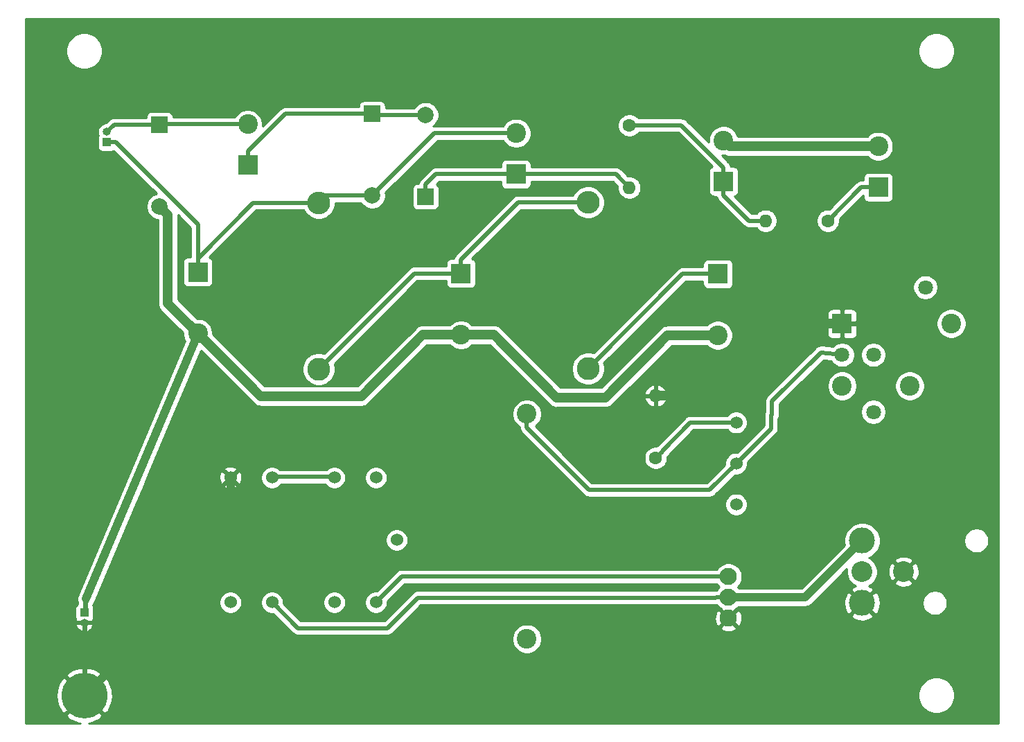
<source format=gbr>
G04 #@! TF.GenerationSoftware,KiCad,Pcbnew,(5.1.5)-3*
G04 #@! TF.CreationDate,2021-06-12T19:59:44-04:00*
G04 #@! TF.ProjectId,royerPSU,726f7965-7250-4535-952e-6b696361645f,rev?*
G04 #@! TF.SameCoordinates,Original*
G04 #@! TF.FileFunction,Copper,L1,Top*
G04 #@! TF.FilePolarity,Positive*
%FSLAX46Y46*%
G04 Gerber Fmt 4.6, Leading zero omitted, Abs format (unit mm)*
G04 Created by KiCad (PCBNEW (5.1.5)-3) date 2021-06-12 19:59:44*
%MOMM*%
%LPD*%
G04 APERTURE LIST*
%ADD10O,1.000000X1.000000*%
%ADD11R,1.000000X1.000000*%
%ADD12C,5.600000*%
%ADD13C,3.600000*%
%ADD14C,2.540000*%
%ADD15C,3.175000*%
%ADD16C,2.400000*%
%ADD17C,1.800000*%
%ADD18R,2.400000X2.400000*%
%ADD19C,1.524000*%
%ADD20R,2.000000X2.000000*%
%ADD21C,2.000000*%
%ADD22O,1.600000X1.600000*%
%ADD23C,1.600000*%
%ADD24C,2.800000*%
%ADD25O,2.800000X2.800000*%
%ADD26C,2.100000*%
%ADD27C,0.500000*%
%ADD28C,1.200000*%
%ADD29C,1.000000*%
%ADD30C,0.600000*%
%ADD31C,0.254000*%
G04 APERTURE END LIST*
D10*
X72390000Y-125730000D03*
D11*
X72390000Y-124460000D03*
D12*
X72390000Y-134620000D03*
D13*
X72390000Y-134620000D03*
D14*
X172516800Y-119507000D03*
D15*
X167436800Y-115697000D03*
D14*
X167436800Y-119507000D03*
D15*
X167436800Y-123317000D03*
D16*
X178333400Y-89179400D03*
D17*
X175163400Y-84739400D03*
D16*
X173253400Y-96799400D03*
D17*
X168808400Y-99969400D03*
D16*
X164993400Y-96799400D03*
D17*
X164993400Y-92989400D03*
X168808400Y-92989400D03*
D18*
X164993400Y-89179400D03*
D19*
X108026200Y-123240800D03*
X102946200Y-123240800D03*
X95326200Y-123240800D03*
X90246200Y-123240800D03*
X110566200Y-115620800D03*
X90246200Y-108000800D03*
X95326200Y-108000800D03*
X102946200Y-108000800D03*
X108026200Y-108000800D03*
D16*
X92354400Y-64824600D03*
D18*
X92354400Y-69824600D03*
X125145800Y-70916800D03*
D16*
X125145800Y-65916800D03*
D18*
X86258400Y-82880200D03*
D16*
X86258400Y-90380200D03*
X150495000Y-66805800D03*
D18*
X150495000Y-71805800D03*
X169418000Y-72517000D03*
D16*
X169418000Y-67517000D03*
X118414800Y-90558000D03*
D18*
X118414800Y-83058000D03*
X149809200Y-83108800D03*
D16*
X149809200Y-90608800D03*
D20*
X114096800Y-73685400D03*
D21*
X114096800Y-63685400D03*
X107569000Y-73550800D03*
D20*
X107569000Y-63550800D03*
X81584800Y-64871600D03*
D21*
X81584800Y-74871600D03*
D11*
X75133200Y-67030600D03*
D10*
X75133200Y-65760600D03*
D22*
X138988800Y-72567800D03*
D23*
X138988800Y-64947800D03*
X163245800Y-76606400D03*
D22*
X155625800Y-76606400D03*
D24*
X101041200Y-94742000D03*
D25*
X101041200Y-74422000D03*
X133934200Y-74371200D03*
D24*
X133934200Y-94691200D03*
D16*
X126466600Y-100211200D03*
X126466600Y-127711200D03*
D26*
X151104600Y-125171200D03*
X151104600Y-122631200D03*
X151104600Y-120091200D03*
D23*
X142214600Y-105613200D03*
D22*
X142214600Y-97993200D03*
D19*
X152044400Y-101277400D03*
X152044400Y-106277400D03*
X152044400Y-111277400D03*
D27*
X81631800Y-64824600D02*
X81584800Y-64871600D01*
X92354400Y-64824600D02*
X81631800Y-64824600D01*
X76022200Y-64871600D02*
X75133200Y-65760600D01*
X81584800Y-64871600D02*
X76022200Y-64871600D01*
X92354400Y-68124600D02*
X92354400Y-69824600D01*
X96928200Y-63550800D02*
X92354400Y-68124600D01*
X107569000Y-63550800D02*
X96928200Y-63550800D01*
X107703600Y-63685400D02*
X107569000Y-63550800D01*
X114096800Y-63685400D02*
X107703600Y-63685400D01*
X114096800Y-72185400D02*
X114096800Y-73685400D01*
X115365400Y-70916800D02*
X114096800Y-72185400D01*
X125145800Y-70916800D02*
X115365400Y-70916800D01*
X137337800Y-70916800D02*
X138988800Y-72567800D01*
X125145800Y-70916800D02*
X137337800Y-70916800D01*
X101912400Y-73550800D02*
X101041200Y-74422000D01*
X107569000Y-73550800D02*
X101912400Y-73550800D01*
X101041200Y-74422000D02*
X93016600Y-74422000D01*
X93016600Y-74422000D02*
X86258400Y-81180200D01*
X86258400Y-81180200D02*
X86258400Y-82880200D01*
X86258400Y-77103198D02*
X86258400Y-81180200D01*
X76185802Y-67030600D02*
X86258400Y-77103198D01*
X75133200Y-67030600D02*
X76185802Y-67030600D01*
X115203000Y-65916800D02*
X107569000Y-73550800D01*
X125145800Y-65916800D02*
X115203000Y-65916800D01*
X173913800Y-81959000D02*
X173913800Y-71755000D01*
X164993400Y-89179400D02*
X166693400Y-89179400D01*
X166693400Y-89179400D02*
X173913800Y-81959000D01*
X173913800Y-71755000D02*
X173939200Y-72038200D01*
D28*
X143345970Y-97993200D02*
X142214600Y-97993200D01*
X153779600Y-97993200D02*
X143345970Y-97993200D01*
X162593400Y-89179400D02*
X153779600Y-97993200D01*
X164993400Y-89179400D02*
X162593400Y-89179400D01*
D29*
X167436800Y-123317000D02*
X166878000Y-123317000D01*
D27*
X90246200Y-108000800D02*
X89484201Y-107238801D01*
X151104600Y-125171200D02*
X151104600Y-125704600D01*
D29*
X90246200Y-116763800D02*
X72390000Y-134620000D01*
X90246200Y-108000800D02*
X90246200Y-116763800D01*
D30*
X72377300Y-134594600D02*
X72390000Y-125730000D01*
D27*
X145337000Y-64947800D02*
X150495000Y-70105800D01*
X150495000Y-70105800D02*
X150495000Y-71805800D01*
X138988800Y-64947800D02*
X145337000Y-64947800D01*
X154494430Y-76606400D02*
X155625800Y-76606400D01*
X153595600Y-76606400D02*
X154494430Y-76606400D01*
X150495000Y-73505800D02*
X153595600Y-76606400D01*
X150495000Y-71805800D02*
X150495000Y-73505800D01*
X167335200Y-72517000D02*
X163245800Y-76606400D01*
X169418000Y-72517000D02*
X167335200Y-72517000D01*
X118414800Y-81358000D02*
X118414800Y-83058000D01*
X125401600Y-74371200D02*
X118414800Y-81358000D01*
X133934200Y-74371200D02*
X125401600Y-74371200D01*
X112725200Y-83058000D02*
X101041200Y-94742000D01*
X118414800Y-83058000D02*
X112725200Y-83058000D01*
X149809200Y-82981800D02*
X149809200Y-83108800D01*
X145516600Y-83108800D02*
X149809200Y-83108800D01*
X133934200Y-94691200D02*
X145516600Y-83108800D01*
X164993400Y-92989400D02*
X162382200Y-92710000D01*
X126466600Y-101908256D02*
X134057744Y-109499400D01*
X126466600Y-100211200D02*
X126466600Y-101908256D01*
X148822400Y-109499400D02*
X152044400Y-106277400D01*
X134057744Y-109499400D02*
X148822400Y-109499400D01*
X152044400Y-106277400D02*
X156315400Y-102006400D01*
X156315400Y-102006400D02*
X156315400Y-100427800D01*
X156315400Y-100427800D02*
X156438600Y-100304600D01*
X156438600Y-98653600D02*
X162382200Y-92710000D01*
X156438600Y-100304600D02*
X156438600Y-98653600D01*
X149619676Y-122631200D02*
X149568876Y-122682000D01*
X151104600Y-122631200D02*
X149619676Y-122631200D01*
X149568876Y-122682000D02*
X113131600Y-122682000D01*
X113131600Y-122682000D02*
X109423200Y-126390400D01*
X98475800Y-126390400D02*
X95326200Y-123240800D01*
X109423200Y-126390400D02*
X98475800Y-126390400D01*
D29*
X160502600Y-122631200D02*
X151104600Y-122631200D01*
X167436800Y-115697000D02*
X160502600Y-122631200D01*
D27*
X111175800Y-120091200D02*
X108026200Y-123240800D01*
X151104600Y-120091200D02*
X111175800Y-120091200D01*
D29*
X151104600Y-120091200D02*
X151104600Y-120370600D01*
D27*
X143014599Y-104813201D02*
X143014599Y-104711601D01*
X142214600Y-105613200D02*
X143014599Y-104813201D01*
X146448800Y-101277400D02*
X152044400Y-101277400D01*
X143014599Y-104711601D02*
X146448800Y-101277400D01*
X102743000Y-107899200D02*
X95123000Y-107899200D01*
D28*
X151206200Y-67517000D02*
X150495000Y-66805800D01*
X169418000Y-67517000D02*
X151206200Y-67517000D01*
X85058401Y-89180201D02*
X86258400Y-90380200D01*
X82584799Y-86706599D02*
X85058401Y-89180201D01*
X82584799Y-75871599D02*
X82584799Y-86706599D01*
X81584800Y-74871600D02*
X82584799Y-75871599D01*
X118414800Y-90558000D02*
X113759600Y-90558000D01*
X113759600Y-90558000D02*
X106248200Y-98069400D01*
X93947600Y-98069400D02*
X86258400Y-90380200D01*
X106248200Y-98069400D02*
X93947600Y-98069400D01*
X118414800Y-90558000D02*
X122435000Y-90558000D01*
X122435000Y-90558000D02*
X130098800Y-98221800D01*
X130098800Y-98221800D02*
X136042400Y-98221800D01*
X143655400Y-90608800D02*
X149809200Y-90608800D01*
X136042400Y-98221800D02*
X143655400Y-90608800D01*
D30*
X72593200Y-122809000D02*
X72390000Y-124460000D01*
D29*
X86258400Y-90380200D02*
X72593200Y-122809000D01*
D31*
G36*
X184124600Y-51892186D02*
G01*
X184124600Y-138023600D01*
X72881578Y-138023600D01*
X73055023Y-138006949D01*
X73703006Y-137812130D01*
X74300530Y-137494639D01*
X74314692Y-137485177D01*
X74626876Y-137036481D01*
X72390000Y-134799605D01*
X70153124Y-137036481D01*
X70465308Y-137485177D01*
X71061259Y-137805612D01*
X71708273Y-138003626D01*
X71906065Y-138023600D01*
X65189100Y-138023600D01*
X65189100Y-134611484D01*
X68938390Y-134611484D01*
X69003051Y-135285023D01*
X69197870Y-135933006D01*
X69515361Y-136530530D01*
X69524823Y-136544692D01*
X69973519Y-136856876D01*
X72210395Y-134620000D01*
X72569605Y-134620000D01*
X74806481Y-136856876D01*
X75255177Y-136544692D01*
X75575612Y-135948741D01*
X75773626Y-135301727D01*
X75841610Y-134628516D01*
X75819660Y-134399872D01*
X174295000Y-134399872D01*
X174295000Y-134840128D01*
X174380890Y-135271925D01*
X174549369Y-135678669D01*
X174793962Y-136044729D01*
X175105271Y-136356038D01*
X175471331Y-136600631D01*
X175878075Y-136769110D01*
X176309872Y-136855000D01*
X176750128Y-136855000D01*
X177181925Y-136769110D01*
X177588669Y-136600631D01*
X177954729Y-136356038D01*
X178266038Y-136044729D01*
X178510631Y-135678669D01*
X178679110Y-135271925D01*
X178765000Y-134840128D01*
X178765000Y-134399872D01*
X178679110Y-133968075D01*
X178510631Y-133561331D01*
X178266038Y-133195271D01*
X177954729Y-132883962D01*
X177588669Y-132639369D01*
X177181925Y-132470890D01*
X176750128Y-132385000D01*
X176309872Y-132385000D01*
X175878075Y-132470890D01*
X175471331Y-132639369D01*
X175105271Y-132883962D01*
X174793962Y-133195271D01*
X174549369Y-133561331D01*
X174380890Y-133968075D01*
X174295000Y-134399872D01*
X75819660Y-134399872D01*
X75776949Y-133954977D01*
X75582130Y-133306994D01*
X75264639Y-132709470D01*
X75255177Y-132695308D01*
X74806481Y-132383124D01*
X72569605Y-134620000D01*
X72210395Y-134620000D01*
X69973519Y-132383124D01*
X69524823Y-132695308D01*
X69204388Y-133291259D01*
X69006374Y-133938273D01*
X68938390Y-134611484D01*
X65189100Y-134611484D01*
X65189100Y-132203519D01*
X70153124Y-132203519D01*
X72390000Y-134440395D01*
X74626876Y-132203519D01*
X74314692Y-131754823D01*
X73718741Y-131434388D01*
X73071727Y-131236374D01*
X72398516Y-131168390D01*
X71724977Y-131233051D01*
X71076994Y-131427870D01*
X70479470Y-131745361D01*
X70465308Y-131754823D01*
X70153124Y-132203519D01*
X65189100Y-132203519D01*
X65189100Y-127530468D01*
X124631600Y-127530468D01*
X124631600Y-127891932D01*
X124702118Y-128246450D01*
X124840444Y-128580399D01*
X125041262Y-128880944D01*
X125296856Y-129136538D01*
X125597401Y-129337356D01*
X125931350Y-129475682D01*
X126285868Y-129546200D01*
X126647332Y-129546200D01*
X127001850Y-129475682D01*
X127335799Y-129337356D01*
X127636344Y-129136538D01*
X127891938Y-128880944D01*
X128092756Y-128580399D01*
X128231082Y-128246450D01*
X128301600Y-127891932D01*
X128301600Y-127530468D01*
X128231082Y-127175950D01*
X128092756Y-126842001D01*
X127891938Y-126541456D01*
X127692748Y-126342266D01*
X150113139Y-126342266D01*
X150214939Y-126611779D01*
X150513077Y-126757663D01*
X150833946Y-126842580D01*
X151165217Y-126863266D01*
X151494157Y-126818928D01*
X151808127Y-126711269D01*
X151994261Y-126611779D01*
X152096061Y-126342266D01*
X151104600Y-125350805D01*
X150113139Y-126342266D01*
X127692748Y-126342266D01*
X127636344Y-126285862D01*
X127335799Y-126085044D01*
X127001850Y-125946718D01*
X126647332Y-125876200D01*
X126285868Y-125876200D01*
X125931350Y-125946718D01*
X125597401Y-126085044D01*
X125296856Y-126285862D01*
X125041262Y-126541456D01*
X124840444Y-126842001D01*
X124702118Y-127175950D01*
X124631600Y-127530468D01*
X65189100Y-127530468D01*
X65189100Y-126031874D01*
X71295881Y-126031874D01*
X71312554Y-126086864D01*
X71402877Y-126290206D01*
X71531135Y-126472020D01*
X71692399Y-126625318D01*
X71880471Y-126744210D01*
X72088124Y-126824126D01*
X72263000Y-126699129D01*
X72263000Y-125857000D01*
X72517000Y-125857000D01*
X72517000Y-126699129D01*
X72691876Y-126824126D01*
X72899529Y-126744210D01*
X73087601Y-126625318D01*
X73248865Y-126472020D01*
X73377123Y-126290206D01*
X73467446Y-126086864D01*
X73484119Y-126031874D01*
X73357954Y-125857000D01*
X72517000Y-125857000D01*
X72263000Y-125857000D01*
X71422046Y-125857000D01*
X71295881Y-126031874D01*
X65189100Y-126031874D01*
X65189100Y-123960000D01*
X71251928Y-123960000D01*
X71251928Y-124960000D01*
X71264188Y-125084482D01*
X71300498Y-125204180D01*
X71348070Y-125293180D01*
X71312554Y-125373136D01*
X71295881Y-125428126D01*
X71422046Y-125603000D01*
X72263000Y-125603000D01*
X72263000Y-125598072D01*
X72517000Y-125598072D01*
X72517000Y-125603000D01*
X73357954Y-125603000D01*
X73484119Y-125428126D01*
X73467446Y-125373136D01*
X73431930Y-125293180D01*
X73479502Y-125204180D01*
X73515812Y-125084482D01*
X73528072Y-124960000D01*
X73528072Y-123960000D01*
X73515812Y-123835518D01*
X73479502Y-123715820D01*
X73434100Y-123630880D01*
X73442469Y-123562881D01*
X73537594Y-123448405D01*
X73617479Y-123301121D01*
X73700877Y-123103208D01*
X88849200Y-123103208D01*
X88849200Y-123378392D01*
X88902886Y-123648290D01*
X89008195Y-123902527D01*
X89161080Y-124131335D01*
X89355665Y-124325920D01*
X89584473Y-124478805D01*
X89838710Y-124584114D01*
X90108608Y-124637800D01*
X90383792Y-124637800D01*
X90653690Y-124584114D01*
X90907927Y-124478805D01*
X91136735Y-124325920D01*
X91331320Y-124131335D01*
X91484205Y-123902527D01*
X91589514Y-123648290D01*
X91643200Y-123378392D01*
X91643200Y-123103208D01*
X93929200Y-123103208D01*
X93929200Y-123378392D01*
X93982886Y-123648290D01*
X94088195Y-123902527D01*
X94241080Y-124131335D01*
X94435665Y-124325920D01*
X94664473Y-124478805D01*
X94918710Y-124584114D01*
X95188608Y-124637800D01*
X95463792Y-124637800D01*
X95470323Y-124636501D01*
X97819270Y-126985449D01*
X97846983Y-127019217D01*
X97880751Y-127046930D01*
X97880753Y-127046932D01*
X97952252Y-127105610D01*
X97981741Y-127129811D01*
X98135487Y-127211989D01*
X98302310Y-127262595D01*
X98432323Y-127275400D01*
X98432333Y-127275400D01*
X98475799Y-127279681D01*
X98519266Y-127275400D01*
X109379731Y-127275400D01*
X109423200Y-127279681D01*
X109466669Y-127275400D01*
X109466677Y-127275400D01*
X109596690Y-127262595D01*
X109763513Y-127211989D01*
X109917259Y-127129811D01*
X110052017Y-127019217D01*
X110079734Y-126985444D01*
X111833361Y-125231817D01*
X149412534Y-125231817D01*
X149456872Y-125560757D01*
X149564531Y-125874727D01*
X149664021Y-126060861D01*
X149933534Y-126162661D01*
X150924995Y-125171200D01*
X151284205Y-125171200D01*
X152275666Y-126162661D01*
X152545179Y-126060861D01*
X152691063Y-125762723D01*
X152775980Y-125441854D01*
X152796666Y-125110583D01*
X152764366Y-124870947D01*
X166062458Y-124870947D01*
X166228996Y-125195465D01*
X166618674Y-125395002D01*
X167039792Y-125514682D01*
X167476167Y-125549907D01*
X167911029Y-125499322D01*
X168327667Y-125364872D01*
X168644604Y-125195465D01*
X168811142Y-124870947D01*
X167436800Y-123496605D01*
X166062458Y-124870947D01*
X152764366Y-124870947D01*
X152752328Y-124781643D01*
X152644669Y-124467673D01*
X152545179Y-124281539D01*
X152275666Y-124179739D01*
X151284205Y-125171200D01*
X150924995Y-125171200D01*
X149933534Y-124179739D01*
X149664021Y-124281539D01*
X149518137Y-124579677D01*
X149433220Y-124900546D01*
X149412534Y-125231817D01*
X111833361Y-125231817D01*
X113498179Y-123567000D01*
X149525407Y-123567000D01*
X149568876Y-123571281D01*
X149612345Y-123567000D01*
X149612353Y-123567000D01*
X149697730Y-123558591D01*
X149795775Y-123705325D01*
X150030475Y-123940025D01*
X150114609Y-123996242D01*
X150113139Y-124000134D01*
X151104600Y-124991595D01*
X152096061Y-124000134D01*
X152094591Y-123996242D01*
X152178725Y-123940025D01*
X152352550Y-123766200D01*
X160446849Y-123766200D01*
X160502600Y-123771691D01*
X160558351Y-123766200D01*
X160558352Y-123766200D01*
X160725099Y-123749777D01*
X160939047Y-123684876D01*
X161136223Y-123579484D01*
X161309049Y-123437649D01*
X161344596Y-123394335D01*
X161382564Y-123356367D01*
X165203893Y-123356367D01*
X165254478Y-123791229D01*
X165388928Y-124207867D01*
X165558335Y-124524804D01*
X165882853Y-124691342D01*
X167257195Y-123317000D01*
X167616405Y-123317000D01*
X168990747Y-124691342D01*
X169315265Y-124524804D01*
X169514802Y-124135126D01*
X169634482Y-123714008D01*
X169669707Y-123277633D01*
X169656826Y-123166899D01*
X174802800Y-123166899D01*
X174802800Y-123467101D01*
X174861366Y-123761534D01*
X174976249Y-124038885D01*
X175143032Y-124288493D01*
X175355307Y-124500768D01*
X175604915Y-124667551D01*
X175882266Y-124782434D01*
X176176699Y-124841000D01*
X176476901Y-124841000D01*
X176771334Y-124782434D01*
X177048685Y-124667551D01*
X177298293Y-124500768D01*
X177510568Y-124288493D01*
X177677351Y-124038885D01*
X177792234Y-123761534D01*
X177850800Y-123467101D01*
X177850800Y-123166899D01*
X177792234Y-122872466D01*
X177677351Y-122595115D01*
X177510568Y-122345507D01*
X177298293Y-122133232D01*
X177048685Y-121966449D01*
X176771334Y-121851566D01*
X176476901Y-121793000D01*
X176176699Y-121793000D01*
X175882266Y-121851566D01*
X175604915Y-121966449D01*
X175355307Y-122133232D01*
X175143032Y-122345507D01*
X174976249Y-122595115D01*
X174861366Y-122872466D01*
X174802800Y-123166899D01*
X169656826Y-123166899D01*
X169619122Y-122842771D01*
X169484672Y-122426133D01*
X169315265Y-122109196D01*
X168990747Y-121942658D01*
X167616405Y-123317000D01*
X167257195Y-123317000D01*
X165882853Y-121942658D01*
X165558335Y-122109196D01*
X165358798Y-122498874D01*
X165239118Y-122919992D01*
X165203893Y-123356367D01*
X161382564Y-123356367D01*
X165559670Y-119179262D01*
X165531800Y-119319374D01*
X165531800Y-119694626D01*
X165605009Y-120062668D01*
X165748611Y-120409356D01*
X165957090Y-120721366D01*
X166222434Y-120986710D01*
X166534444Y-121195189D01*
X166639811Y-121238833D01*
X166545933Y-121269128D01*
X166228996Y-121438535D01*
X166062458Y-121763053D01*
X167436800Y-123137395D01*
X168811142Y-121763053D01*
X168644604Y-121438535D01*
X168254926Y-121238998D01*
X168242154Y-121235368D01*
X168339156Y-121195189D01*
X168651166Y-120986710D01*
X168803024Y-120834852D01*
X171368553Y-120834852D01*
X171496876Y-121126871D01*
X171832495Y-121294723D01*
X172194411Y-121393874D01*
X172568716Y-121420514D01*
X172941027Y-121373618D01*
X173297035Y-121254988D01*
X173536724Y-121126871D01*
X173665047Y-120834852D01*
X172516800Y-119686605D01*
X171368553Y-120834852D01*
X168803024Y-120834852D01*
X168916510Y-120721366D01*
X169124989Y-120409356D01*
X169268591Y-120062668D01*
X169341800Y-119694626D01*
X169341800Y-119558916D01*
X170603286Y-119558916D01*
X170650182Y-119931227D01*
X170768812Y-120287235D01*
X170896929Y-120526924D01*
X171188948Y-120655247D01*
X172337195Y-119507000D01*
X172696405Y-119507000D01*
X173844652Y-120655247D01*
X174136671Y-120526924D01*
X174304523Y-120191305D01*
X174403674Y-119829389D01*
X174430314Y-119455084D01*
X174383418Y-119082773D01*
X174264788Y-118726765D01*
X174136671Y-118487076D01*
X173844652Y-118358753D01*
X172696405Y-119507000D01*
X172337195Y-119507000D01*
X171188948Y-118358753D01*
X170896929Y-118487076D01*
X170729077Y-118822695D01*
X170629926Y-119184611D01*
X170603286Y-119558916D01*
X169341800Y-119558916D01*
X169341800Y-119319374D01*
X169268591Y-118951332D01*
X169124989Y-118604644D01*
X168916510Y-118292634D01*
X168803024Y-118179148D01*
X171368553Y-118179148D01*
X172516800Y-119327395D01*
X173665047Y-118179148D01*
X173536724Y-117887129D01*
X173201105Y-117719277D01*
X172839189Y-117620126D01*
X172464884Y-117593486D01*
X172092573Y-117640382D01*
X171736565Y-117759012D01*
X171496876Y-117887129D01*
X171368553Y-118179148D01*
X168803024Y-118179148D01*
X168651166Y-118027290D01*
X168339156Y-117818811D01*
X168230562Y-117773830D01*
X168489549Y-117666554D01*
X168853561Y-117423329D01*
X169163129Y-117113761D01*
X169406354Y-116749749D01*
X169573891Y-116345279D01*
X169659300Y-115915897D01*
X169659300Y-115546899D01*
X179882800Y-115546899D01*
X179882800Y-115847101D01*
X179941366Y-116141534D01*
X180056249Y-116418885D01*
X180223032Y-116668493D01*
X180435307Y-116880768D01*
X180684915Y-117047551D01*
X180962266Y-117162434D01*
X181256699Y-117221000D01*
X181556901Y-117221000D01*
X181851334Y-117162434D01*
X182128685Y-117047551D01*
X182378293Y-116880768D01*
X182590568Y-116668493D01*
X182757351Y-116418885D01*
X182872234Y-116141534D01*
X182930800Y-115847101D01*
X182930800Y-115546899D01*
X182872234Y-115252466D01*
X182757351Y-114975115D01*
X182590568Y-114725507D01*
X182378293Y-114513232D01*
X182128685Y-114346449D01*
X181851334Y-114231566D01*
X181556901Y-114173000D01*
X181256699Y-114173000D01*
X180962266Y-114231566D01*
X180684915Y-114346449D01*
X180435307Y-114513232D01*
X180223032Y-114725507D01*
X180056249Y-114975115D01*
X179941366Y-115252466D01*
X179882800Y-115546899D01*
X169659300Y-115546899D01*
X169659300Y-115478103D01*
X169573891Y-115048721D01*
X169406354Y-114644251D01*
X169163129Y-114280239D01*
X168853561Y-113970671D01*
X168489549Y-113727446D01*
X168085079Y-113559909D01*
X167655697Y-113474500D01*
X167217903Y-113474500D01*
X166788521Y-113559909D01*
X166384051Y-113727446D01*
X166020039Y-113970671D01*
X165710471Y-114280239D01*
X165467246Y-114644251D01*
X165299709Y-115048721D01*
X165214300Y-115478103D01*
X165214300Y-115915897D01*
X165280410Y-116248257D01*
X160032469Y-121496200D01*
X152352550Y-121496200D01*
X152217550Y-121361200D01*
X152413425Y-121165325D01*
X152597828Y-120889347D01*
X152724846Y-120582696D01*
X152789600Y-120257158D01*
X152789600Y-119925242D01*
X152724846Y-119599704D01*
X152597828Y-119293053D01*
X152413425Y-119017075D01*
X152178725Y-118782375D01*
X151902747Y-118597972D01*
X151596096Y-118470954D01*
X151270558Y-118406200D01*
X150938642Y-118406200D01*
X150613104Y-118470954D01*
X150306453Y-118597972D01*
X150030475Y-118782375D01*
X149795775Y-119017075D01*
X149669405Y-119206200D01*
X111219266Y-119206200D01*
X111175799Y-119201919D01*
X111132333Y-119206200D01*
X111132323Y-119206200D01*
X111002310Y-119219005D01*
X110835487Y-119269611D01*
X110681741Y-119351789D01*
X110681739Y-119351790D01*
X110681740Y-119351790D01*
X110580753Y-119434668D01*
X110580751Y-119434670D01*
X110546983Y-119462383D01*
X110519270Y-119496151D01*
X108170323Y-121845099D01*
X108163792Y-121843800D01*
X107888608Y-121843800D01*
X107618710Y-121897486D01*
X107364473Y-122002795D01*
X107135665Y-122155680D01*
X106941080Y-122350265D01*
X106788195Y-122579073D01*
X106682886Y-122833310D01*
X106629200Y-123103208D01*
X106629200Y-123378392D01*
X106682886Y-123648290D01*
X106788195Y-123902527D01*
X106941080Y-124131335D01*
X107135665Y-124325920D01*
X107364473Y-124478805D01*
X107618710Y-124584114D01*
X107888608Y-124637800D01*
X108163792Y-124637800D01*
X108433690Y-124584114D01*
X108687927Y-124478805D01*
X108916735Y-124325920D01*
X109111320Y-124131335D01*
X109264205Y-123902527D01*
X109369514Y-123648290D01*
X109423200Y-123378392D01*
X109423200Y-123103208D01*
X109421901Y-123096677D01*
X111542379Y-120976200D01*
X149669405Y-120976200D01*
X149795775Y-121165325D01*
X149991650Y-121361200D01*
X149795775Y-121557075D01*
X149669405Y-121746200D01*
X149663142Y-121746200D01*
X149619675Y-121741919D01*
X149576209Y-121746200D01*
X149576199Y-121746200D01*
X149446186Y-121759005D01*
X149320935Y-121797000D01*
X113175069Y-121797000D01*
X113131600Y-121792719D01*
X113088131Y-121797000D01*
X113088123Y-121797000D01*
X112960080Y-121809611D01*
X112958110Y-121809805D01*
X112791286Y-121860411D01*
X112637541Y-121942589D01*
X112536553Y-122025468D01*
X112536551Y-122025470D01*
X112502783Y-122053183D01*
X112475070Y-122086951D01*
X109056622Y-125505400D01*
X98842379Y-125505400D01*
X96721901Y-123384923D01*
X96723200Y-123378392D01*
X96723200Y-123103208D01*
X101549200Y-123103208D01*
X101549200Y-123378392D01*
X101602886Y-123648290D01*
X101708195Y-123902527D01*
X101861080Y-124131335D01*
X102055665Y-124325920D01*
X102284473Y-124478805D01*
X102538710Y-124584114D01*
X102808608Y-124637800D01*
X103083792Y-124637800D01*
X103353690Y-124584114D01*
X103607927Y-124478805D01*
X103836735Y-124325920D01*
X104031320Y-124131335D01*
X104184205Y-123902527D01*
X104289514Y-123648290D01*
X104343200Y-123378392D01*
X104343200Y-123103208D01*
X104289514Y-122833310D01*
X104184205Y-122579073D01*
X104031320Y-122350265D01*
X103836735Y-122155680D01*
X103607927Y-122002795D01*
X103353690Y-121897486D01*
X103083792Y-121843800D01*
X102808608Y-121843800D01*
X102538710Y-121897486D01*
X102284473Y-122002795D01*
X102055665Y-122155680D01*
X101861080Y-122350265D01*
X101708195Y-122579073D01*
X101602886Y-122833310D01*
X101549200Y-123103208D01*
X96723200Y-123103208D01*
X96669514Y-122833310D01*
X96564205Y-122579073D01*
X96411320Y-122350265D01*
X96216735Y-122155680D01*
X95987927Y-122002795D01*
X95733690Y-121897486D01*
X95463792Y-121843800D01*
X95188608Y-121843800D01*
X94918710Y-121897486D01*
X94664473Y-122002795D01*
X94435665Y-122155680D01*
X94241080Y-122350265D01*
X94088195Y-122579073D01*
X93982886Y-122833310D01*
X93929200Y-123103208D01*
X91643200Y-123103208D01*
X91589514Y-122833310D01*
X91484205Y-122579073D01*
X91331320Y-122350265D01*
X91136735Y-122155680D01*
X90907927Y-122002795D01*
X90653690Y-121897486D01*
X90383792Y-121843800D01*
X90108608Y-121843800D01*
X89838710Y-121897486D01*
X89584473Y-122002795D01*
X89355665Y-122155680D01*
X89161080Y-122350265D01*
X89008195Y-122579073D01*
X88902886Y-122833310D01*
X88849200Y-123103208D01*
X73700877Y-123103208D01*
X76911875Y-115483208D01*
X109169200Y-115483208D01*
X109169200Y-115758392D01*
X109222886Y-116028290D01*
X109328195Y-116282527D01*
X109481080Y-116511335D01*
X109675665Y-116705920D01*
X109904473Y-116858805D01*
X110158710Y-116964114D01*
X110428608Y-117017800D01*
X110703792Y-117017800D01*
X110973690Y-116964114D01*
X111227927Y-116858805D01*
X111456735Y-116705920D01*
X111651320Y-116511335D01*
X111804205Y-116282527D01*
X111909514Y-116028290D01*
X111963200Y-115758392D01*
X111963200Y-115483208D01*
X111909514Y-115213310D01*
X111804205Y-114959073D01*
X111651320Y-114730265D01*
X111456735Y-114535680D01*
X111227927Y-114382795D01*
X110973690Y-114277486D01*
X110703792Y-114223800D01*
X110428608Y-114223800D01*
X110158710Y-114277486D01*
X109904473Y-114382795D01*
X109675665Y-114535680D01*
X109481080Y-114730265D01*
X109328195Y-114959073D01*
X109222886Y-115213310D01*
X109169200Y-115483208D01*
X76911875Y-115483208D01*
X78742144Y-111139808D01*
X150647400Y-111139808D01*
X150647400Y-111414992D01*
X150701086Y-111684890D01*
X150806395Y-111939127D01*
X150959280Y-112167935D01*
X151153865Y-112362520D01*
X151382673Y-112515405D01*
X151636910Y-112620714D01*
X151906808Y-112674400D01*
X152181992Y-112674400D01*
X152451890Y-112620714D01*
X152706127Y-112515405D01*
X152934935Y-112362520D01*
X153129520Y-112167935D01*
X153282405Y-111939127D01*
X153387714Y-111684890D01*
X153441400Y-111414992D01*
X153441400Y-111139808D01*
X153387714Y-110869910D01*
X153282405Y-110615673D01*
X153129520Y-110386865D01*
X152934935Y-110192280D01*
X152706127Y-110039395D01*
X152451890Y-109934086D01*
X152181992Y-109880400D01*
X151906808Y-109880400D01*
X151636910Y-109934086D01*
X151382673Y-110039395D01*
X151153865Y-110192280D01*
X150959280Y-110386865D01*
X150806395Y-110615673D01*
X150701086Y-110869910D01*
X150647400Y-111139808D01*
X78742144Y-111139808D01*
X79658014Y-108966365D01*
X89460240Y-108966365D01*
X89527220Y-109206456D01*
X89776248Y-109323556D01*
X90043335Y-109389823D01*
X90318217Y-109402710D01*
X90590333Y-109361722D01*
X90849223Y-109268436D01*
X90965180Y-109206456D01*
X91032160Y-108966365D01*
X90246200Y-108180405D01*
X89460240Y-108966365D01*
X79658014Y-108966365D01*
X80034548Y-108072817D01*
X88844290Y-108072817D01*
X88885278Y-108344933D01*
X88978564Y-108603823D01*
X89040544Y-108719780D01*
X89280635Y-108786760D01*
X90066595Y-108000800D01*
X90425805Y-108000800D01*
X91211765Y-108786760D01*
X91451856Y-108719780D01*
X91568956Y-108470752D01*
X91635223Y-108203665D01*
X91648110Y-107928783D01*
X91638233Y-107863208D01*
X93929200Y-107863208D01*
X93929200Y-108138392D01*
X93982886Y-108408290D01*
X94088195Y-108662527D01*
X94241080Y-108891335D01*
X94435665Y-109085920D01*
X94664473Y-109238805D01*
X94918710Y-109344114D01*
X95188608Y-109397800D01*
X95463792Y-109397800D01*
X95733690Y-109344114D01*
X95987927Y-109238805D01*
X96216735Y-109085920D01*
X96411320Y-108891335D01*
X96482905Y-108784200D01*
X101789495Y-108784200D01*
X101861080Y-108891335D01*
X102055665Y-109085920D01*
X102284473Y-109238805D01*
X102538710Y-109344114D01*
X102808608Y-109397800D01*
X103083792Y-109397800D01*
X103353690Y-109344114D01*
X103607927Y-109238805D01*
X103836735Y-109085920D01*
X104031320Y-108891335D01*
X104184205Y-108662527D01*
X104289514Y-108408290D01*
X104343200Y-108138392D01*
X104343200Y-107863208D01*
X106629200Y-107863208D01*
X106629200Y-108138392D01*
X106682886Y-108408290D01*
X106788195Y-108662527D01*
X106941080Y-108891335D01*
X107135665Y-109085920D01*
X107364473Y-109238805D01*
X107618710Y-109344114D01*
X107888608Y-109397800D01*
X108163792Y-109397800D01*
X108433690Y-109344114D01*
X108687927Y-109238805D01*
X108916735Y-109085920D01*
X109111320Y-108891335D01*
X109264205Y-108662527D01*
X109369514Y-108408290D01*
X109423200Y-108138392D01*
X109423200Y-107863208D01*
X109369514Y-107593310D01*
X109264205Y-107339073D01*
X109111320Y-107110265D01*
X108916735Y-106915680D01*
X108687927Y-106762795D01*
X108433690Y-106657486D01*
X108163792Y-106603800D01*
X107888608Y-106603800D01*
X107618710Y-106657486D01*
X107364473Y-106762795D01*
X107135665Y-106915680D01*
X106941080Y-107110265D01*
X106788195Y-107339073D01*
X106682886Y-107593310D01*
X106629200Y-107863208D01*
X104343200Y-107863208D01*
X104289514Y-107593310D01*
X104184205Y-107339073D01*
X104031320Y-107110265D01*
X103836735Y-106915680D01*
X103607927Y-106762795D01*
X103353690Y-106657486D01*
X103083792Y-106603800D01*
X102808608Y-106603800D01*
X102538710Y-106657486D01*
X102284473Y-106762795D01*
X102055665Y-106915680D01*
X101957145Y-107014200D01*
X96315255Y-107014200D01*
X96216735Y-106915680D01*
X95987927Y-106762795D01*
X95733690Y-106657486D01*
X95463792Y-106603800D01*
X95188608Y-106603800D01*
X94918710Y-106657486D01*
X94664473Y-106762795D01*
X94435665Y-106915680D01*
X94241080Y-107110265D01*
X94088195Y-107339073D01*
X93982886Y-107593310D01*
X93929200Y-107863208D01*
X91638233Y-107863208D01*
X91607122Y-107656667D01*
X91513836Y-107397777D01*
X91451856Y-107281820D01*
X91211765Y-107214840D01*
X90425805Y-108000800D01*
X90066595Y-108000800D01*
X89280635Y-107214840D01*
X89040544Y-107281820D01*
X88923444Y-107530848D01*
X88857177Y-107797935D01*
X88844290Y-108072817D01*
X80034548Y-108072817D01*
X80471775Y-107035235D01*
X89460240Y-107035235D01*
X90246200Y-107821195D01*
X91032160Y-107035235D01*
X90965180Y-106795144D01*
X90716152Y-106678044D01*
X90449065Y-106611777D01*
X90174183Y-106598890D01*
X89902067Y-106639878D01*
X89643177Y-106733164D01*
X89527220Y-106795144D01*
X89460240Y-107035235D01*
X80471775Y-107035235D01*
X83423520Y-100030468D01*
X124631600Y-100030468D01*
X124631600Y-100391932D01*
X124702118Y-100746450D01*
X124840444Y-101080399D01*
X125041262Y-101380944D01*
X125296856Y-101636538D01*
X125581601Y-101826799D01*
X125581601Y-101864777D01*
X125577319Y-101908256D01*
X125594405Y-102081746D01*
X125645012Y-102248569D01*
X125727190Y-102402315D01*
X125810068Y-102503302D01*
X125810071Y-102503305D01*
X125837784Y-102537073D01*
X125871552Y-102564786D01*
X133401214Y-110094449D01*
X133428927Y-110128217D01*
X133462695Y-110155930D01*
X133462697Y-110155932D01*
X133506987Y-110192280D01*
X133563685Y-110238811D01*
X133717431Y-110320989D01*
X133884254Y-110371595D01*
X134014267Y-110384400D01*
X134014275Y-110384400D01*
X134057744Y-110388681D01*
X134101213Y-110384400D01*
X148778931Y-110384400D01*
X148822400Y-110388681D01*
X148865869Y-110384400D01*
X148865877Y-110384400D01*
X148995890Y-110371595D01*
X149162713Y-110320989D01*
X149316459Y-110238811D01*
X149451217Y-110128217D01*
X149478934Y-110094444D01*
X151900278Y-107673101D01*
X151906808Y-107674400D01*
X152181992Y-107674400D01*
X152451890Y-107620714D01*
X152706127Y-107515405D01*
X152934935Y-107362520D01*
X153129520Y-107167935D01*
X153282405Y-106939127D01*
X153387714Y-106684890D01*
X153441400Y-106414992D01*
X153441400Y-106139808D01*
X153440101Y-106133277D01*
X156910450Y-102662928D01*
X156944217Y-102635217D01*
X157054811Y-102500459D01*
X157136989Y-102346713D01*
X157187595Y-102179890D01*
X157200400Y-102049877D01*
X157200400Y-102049867D01*
X157204681Y-102006401D01*
X157200400Y-101962935D01*
X157200400Y-100756772D01*
X157260189Y-100644913D01*
X157310795Y-100478090D01*
X157323600Y-100348077D01*
X157323600Y-100348067D01*
X157327881Y-100304601D01*
X157323600Y-100261135D01*
X157323600Y-99818216D01*
X167273400Y-99818216D01*
X167273400Y-100120584D01*
X167332389Y-100417143D01*
X167448101Y-100696495D01*
X167616088Y-100947905D01*
X167829895Y-101161712D01*
X168081305Y-101329699D01*
X168360657Y-101445411D01*
X168657216Y-101504400D01*
X168959584Y-101504400D01*
X169256143Y-101445411D01*
X169535495Y-101329699D01*
X169786905Y-101161712D01*
X170000712Y-100947905D01*
X170168699Y-100696495D01*
X170284411Y-100417143D01*
X170343400Y-100120584D01*
X170343400Y-99818216D01*
X170284411Y-99521657D01*
X170168699Y-99242305D01*
X170000712Y-98990895D01*
X169786905Y-98777088D01*
X169535495Y-98609101D01*
X169256143Y-98493389D01*
X168959584Y-98434400D01*
X168657216Y-98434400D01*
X168360657Y-98493389D01*
X168081305Y-98609101D01*
X167829895Y-98777088D01*
X167616088Y-98990895D01*
X167448101Y-99242305D01*
X167332389Y-99521657D01*
X167273400Y-99818216D01*
X157323600Y-99818216D01*
X157323600Y-99020178D01*
X159725110Y-96618668D01*
X163158400Y-96618668D01*
X163158400Y-96980132D01*
X163228918Y-97334650D01*
X163367244Y-97668599D01*
X163568062Y-97969144D01*
X163823656Y-98224738D01*
X164124201Y-98425556D01*
X164458150Y-98563882D01*
X164812668Y-98634400D01*
X165174132Y-98634400D01*
X165528650Y-98563882D01*
X165862599Y-98425556D01*
X166163144Y-98224738D01*
X166418738Y-97969144D01*
X166619556Y-97668599D01*
X166757882Y-97334650D01*
X166828400Y-96980132D01*
X166828400Y-96618668D01*
X171418400Y-96618668D01*
X171418400Y-96980132D01*
X171488918Y-97334650D01*
X171627244Y-97668599D01*
X171828062Y-97969144D01*
X172083656Y-98224738D01*
X172384201Y-98425556D01*
X172718150Y-98563882D01*
X173072668Y-98634400D01*
X173434132Y-98634400D01*
X173788650Y-98563882D01*
X174122599Y-98425556D01*
X174423144Y-98224738D01*
X174678738Y-97969144D01*
X174879556Y-97668599D01*
X175017882Y-97334650D01*
X175088400Y-96980132D01*
X175088400Y-96618668D01*
X175017882Y-96264150D01*
X174879556Y-95930201D01*
X174678738Y-95629656D01*
X174423144Y-95374062D01*
X174122599Y-95173244D01*
X173788650Y-95034918D01*
X173434132Y-94964400D01*
X173072668Y-94964400D01*
X172718150Y-95034918D01*
X172384201Y-95173244D01*
X172083656Y-95374062D01*
X171828062Y-95629656D01*
X171627244Y-95930201D01*
X171488918Y-96264150D01*
X171418400Y-96618668D01*
X166828400Y-96618668D01*
X166757882Y-96264150D01*
X166619556Y-95930201D01*
X166418738Y-95629656D01*
X166163144Y-95374062D01*
X165862599Y-95173244D01*
X165528650Y-95034918D01*
X165174132Y-94964400D01*
X164812668Y-94964400D01*
X164458150Y-95034918D01*
X164124201Y-95173244D01*
X163823656Y-95374062D01*
X163568062Y-95629656D01*
X163367244Y-95930201D01*
X163228918Y-96264150D01*
X163158400Y-96618668D01*
X159725110Y-96618668D01*
X162708783Y-93634996D01*
X163645625Y-93735239D01*
X163801088Y-93967905D01*
X164014895Y-94181712D01*
X164266305Y-94349699D01*
X164545657Y-94465411D01*
X164842216Y-94524400D01*
X165144584Y-94524400D01*
X165441143Y-94465411D01*
X165720495Y-94349699D01*
X165971905Y-94181712D01*
X166185712Y-93967905D01*
X166353699Y-93716495D01*
X166469411Y-93437143D01*
X166528400Y-93140584D01*
X166528400Y-92838216D01*
X167273400Y-92838216D01*
X167273400Y-93140584D01*
X167332389Y-93437143D01*
X167448101Y-93716495D01*
X167616088Y-93967905D01*
X167829895Y-94181712D01*
X168081305Y-94349699D01*
X168360657Y-94465411D01*
X168657216Y-94524400D01*
X168959584Y-94524400D01*
X169256143Y-94465411D01*
X169535495Y-94349699D01*
X169786905Y-94181712D01*
X170000712Y-93967905D01*
X170168699Y-93716495D01*
X170284411Y-93437143D01*
X170343400Y-93140584D01*
X170343400Y-92838216D01*
X170284411Y-92541657D01*
X170168699Y-92262305D01*
X170000712Y-92010895D01*
X169786905Y-91797088D01*
X169535495Y-91629101D01*
X169256143Y-91513389D01*
X168959584Y-91454400D01*
X168657216Y-91454400D01*
X168360657Y-91513389D01*
X168081305Y-91629101D01*
X167829895Y-91797088D01*
X167616088Y-92010895D01*
X167448101Y-92262305D01*
X167332389Y-92541657D01*
X167273400Y-92838216D01*
X166528400Y-92838216D01*
X166469411Y-92541657D01*
X166353699Y-92262305D01*
X166185712Y-92010895D01*
X165971905Y-91797088D01*
X165720495Y-91629101D01*
X165441143Y-91513389D01*
X165144584Y-91454400D01*
X164842216Y-91454400D01*
X164545657Y-91513389D01*
X164266305Y-91629101D01*
X164014895Y-91797088D01*
X163836431Y-91975552D01*
X162559292Y-91838898D01*
X162555690Y-91837805D01*
X162472639Y-91829626D01*
X162433127Y-91825398D01*
X162429391Y-91825367D01*
X162382200Y-91820719D01*
X162342443Y-91824634D01*
X162302491Y-91824298D01*
X162255912Y-91833156D01*
X162208710Y-91837805D01*
X162170468Y-91849406D01*
X162131231Y-91856868D01*
X162087273Y-91874644D01*
X162041886Y-91888412D01*
X162006651Y-91907245D01*
X161969614Y-91922222D01*
X161929970Y-91948231D01*
X161888141Y-91970589D01*
X161857249Y-91995941D01*
X161823854Y-92017851D01*
X161790048Y-92051092D01*
X161787153Y-92053468D01*
X161758980Y-92081641D01*
X161699551Y-92140077D01*
X161697437Y-92143184D01*
X155843552Y-97997070D01*
X155809784Y-98024783D01*
X155782071Y-98058551D01*
X155782068Y-98058554D01*
X155699190Y-98159541D01*
X155617012Y-98313287D01*
X155566405Y-98480110D01*
X155549319Y-98653600D01*
X155553601Y-98697079D01*
X155553600Y-99975630D01*
X155493812Y-100087487D01*
X155443205Y-100254310D01*
X155426119Y-100427800D01*
X155430401Y-100471279D01*
X155430400Y-101639821D01*
X152188523Y-104881699D01*
X152181992Y-104880400D01*
X151906808Y-104880400D01*
X151636910Y-104934086D01*
X151382673Y-105039395D01*
X151153865Y-105192280D01*
X150959280Y-105386865D01*
X150806395Y-105615673D01*
X150701086Y-105869910D01*
X150647400Y-106139808D01*
X150647400Y-106414992D01*
X150648699Y-106421522D01*
X148455822Y-108614400D01*
X134424323Y-108614400D01*
X131281788Y-105471865D01*
X140779600Y-105471865D01*
X140779600Y-105754535D01*
X140834747Y-106031774D01*
X140942920Y-106292927D01*
X141099963Y-106527959D01*
X141299841Y-106727837D01*
X141534873Y-106884880D01*
X141796026Y-106993053D01*
X142073265Y-107048200D01*
X142355935Y-107048200D01*
X142633174Y-106993053D01*
X142894327Y-106884880D01*
X143129359Y-106727837D01*
X143329237Y-106527959D01*
X143486280Y-106292927D01*
X143594453Y-106031774D01*
X143649600Y-105754535D01*
X143649600Y-105471865D01*
X143643615Y-105441776D01*
X143673628Y-105405206D01*
X143754009Y-105307261D01*
X143754010Y-105307260D01*
X143836188Y-105153514D01*
X143841380Y-105136398D01*
X146815379Y-102162400D01*
X150955582Y-102162400D01*
X150959280Y-102167935D01*
X151153865Y-102362520D01*
X151382673Y-102515405D01*
X151636910Y-102620714D01*
X151906808Y-102674400D01*
X152181992Y-102674400D01*
X152451890Y-102620714D01*
X152706127Y-102515405D01*
X152934935Y-102362520D01*
X153129520Y-102167935D01*
X153282405Y-101939127D01*
X153387714Y-101684890D01*
X153441400Y-101414992D01*
X153441400Y-101139808D01*
X153387714Y-100869910D01*
X153282405Y-100615673D01*
X153129520Y-100386865D01*
X152934935Y-100192280D01*
X152706127Y-100039395D01*
X152451890Y-99934086D01*
X152181992Y-99880400D01*
X151906808Y-99880400D01*
X151636910Y-99934086D01*
X151382673Y-100039395D01*
X151153865Y-100192280D01*
X150959280Y-100386865D01*
X150955582Y-100392400D01*
X146492269Y-100392400D01*
X146448800Y-100388119D01*
X146405331Y-100392400D01*
X146405323Y-100392400D01*
X146275310Y-100405205D01*
X146108486Y-100455811D01*
X145954741Y-100537989D01*
X145853753Y-100620868D01*
X145853751Y-100620870D01*
X145819983Y-100648583D01*
X145792270Y-100682351D01*
X142419554Y-104055068D01*
X142385782Y-104082784D01*
X142307475Y-104178200D01*
X142073265Y-104178200D01*
X141796026Y-104233347D01*
X141534873Y-104341520D01*
X141299841Y-104498563D01*
X141099963Y-104698441D01*
X140942920Y-104933473D01*
X140834747Y-105194626D01*
X140779600Y-105471865D01*
X131281788Y-105471865D01*
X127522517Y-101712595D01*
X127636344Y-101636538D01*
X127891938Y-101380944D01*
X128092756Y-101080399D01*
X128231082Y-100746450D01*
X128301600Y-100391932D01*
X128301600Y-100030468D01*
X128231082Y-99675950D01*
X128092756Y-99342001D01*
X127891938Y-99041456D01*
X127636344Y-98785862D01*
X127335799Y-98585044D01*
X127001850Y-98446718D01*
X126647332Y-98376200D01*
X126285868Y-98376200D01*
X125931350Y-98446718D01*
X125597401Y-98585044D01*
X125296856Y-98785862D01*
X125041262Y-99041456D01*
X124840444Y-99342001D01*
X124702118Y-99675950D01*
X124631600Y-100030468D01*
X83423520Y-100030468D01*
X86607125Y-92475478D01*
X93031426Y-98899780D01*
X93070098Y-98946902D01*
X93258151Y-99101233D01*
X93472699Y-99215911D01*
X93691939Y-99282417D01*
X93705498Y-99286530D01*
X93947600Y-99310375D01*
X94008265Y-99304400D01*
X106187535Y-99304400D01*
X106248200Y-99310375D01*
X106308865Y-99304400D01*
X106490302Y-99286530D01*
X106723101Y-99215911D01*
X106937649Y-99101233D01*
X107125702Y-98946902D01*
X107164379Y-98899774D01*
X114271154Y-91793000D01*
X117054718Y-91793000D01*
X117245056Y-91983338D01*
X117545601Y-92184156D01*
X117879550Y-92322482D01*
X118234068Y-92393000D01*
X118595532Y-92393000D01*
X118950050Y-92322482D01*
X119283999Y-92184156D01*
X119584544Y-91983338D01*
X119774882Y-91793000D01*
X121923447Y-91793000D01*
X129182626Y-99052180D01*
X129221298Y-99099302D01*
X129409351Y-99253633D01*
X129623899Y-99368311D01*
X129835191Y-99432406D01*
X129856698Y-99438930D01*
X130098800Y-99462775D01*
X130159465Y-99456800D01*
X135981735Y-99456800D01*
X136042400Y-99462775D01*
X136103065Y-99456800D01*
X136284502Y-99438930D01*
X136517301Y-99368311D01*
X136731849Y-99253633D01*
X136919902Y-99099302D01*
X136958579Y-99052174D01*
X137668513Y-98342240D01*
X140822691Y-98342240D01*
X140917530Y-98607081D01*
X141062215Y-98848331D01*
X141251186Y-99056719D01*
X141477180Y-99224237D01*
X141731513Y-99344446D01*
X141865561Y-99385104D01*
X142087600Y-99263115D01*
X142087600Y-98120200D01*
X142341600Y-98120200D01*
X142341600Y-99263115D01*
X142563639Y-99385104D01*
X142697687Y-99344446D01*
X142952020Y-99224237D01*
X143178014Y-99056719D01*
X143366985Y-98848331D01*
X143511670Y-98607081D01*
X143606509Y-98342240D01*
X143485224Y-98120200D01*
X142341600Y-98120200D01*
X142087600Y-98120200D01*
X140943976Y-98120200D01*
X140822691Y-98342240D01*
X137668513Y-98342240D01*
X138366593Y-97644160D01*
X140822691Y-97644160D01*
X140943976Y-97866200D01*
X142087600Y-97866200D01*
X142087600Y-96723285D01*
X142341600Y-96723285D01*
X142341600Y-97866200D01*
X143485224Y-97866200D01*
X143606509Y-97644160D01*
X143511670Y-97379319D01*
X143366985Y-97138069D01*
X143178014Y-96929681D01*
X142952020Y-96762163D01*
X142697687Y-96641954D01*
X142563639Y-96601296D01*
X142341600Y-96723285D01*
X142087600Y-96723285D01*
X141865561Y-96601296D01*
X141731513Y-96641954D01*
X141477180Y-96762163D01*
X141251186Y-96929681D01*
X141062215Y-97138069D01*
X140917530Y-97379319D01*
X140822691Y-97644160D01*
X138366593Y-97644160D01*
X144166954Y-91843800D01*
X148449118Y-91843800D01*
X148639456Y-92034138D01*
X148940001Y-92234956D01*
X149273950Y-92373282D01*
X149628468Y-92443800D01*
X149989932Y-92443800D01*
X150344450Y-92373282D01*
X150678399Y-92234956D01*
X150978944Y-92034138D01*
X151234538Y-91778544D01*
X151435356Y-91477999D01*
X151573682Y-91144050D01*
X151644200Y-90789532D01*
X151644200Y-90428068D01*
X151634520Y-90379400D01*
X163155328Y-90379400D01*
X163167588Y-90503882D01*
X163203898Y-90623580D01*
X163262863Y-90733894D01*
X163342215Y-90830585D01*
X163438906Y-90909937D01*
X163549220Y-90968902D01*
X163668918Y-91005212D01*
X163793400Y-91017472D01*
X164707650Y-91014400D01*
X164866400Y-90855650D01*
X164866400Y-89306400D01*
X165120400Y-89306400D01*
X165120400Y-90855650D01*
X165279150Y-91014400D01*
X166193400Y-91017472D01*
X166317882Y-91005212D01*
X166437580Y-90968902D01*
X166547894Y-90909937D01*
X166644585Y-90830585D01*
X166723937Y-90733894D01*
X166782902Y-90623580D01*
X166819212Y-90503882D01*
X166831472Y-90379400D01*
X166828400Y-89465150D01*
X166669650Y-89306400D01*
X165120400Y-89306400D01*
X164866400Y-89306400D01*
X163317150Y-89306400D01*
X163158400Y-89465150D01*
X163155328Y-90379400D01*
X151634520Y-90379400D01*
X151573682Y-90073550D01*
X151435356Y-89739601D01*
X151234538Y-89439056D01*
X150978944Y-89183462D01*
X150678399Y-88982644D01*
X150344450Y-88844318D01*
X149989932Y-88773800D01*
X149628468Y-88773800D01*
X149273950Y-88844318D01*
X148940001Y-88982644D01*
X148639456Y-89183462D01*
X148449118Y-89373800D01*
X143716065Y-89373800D01*
X143655400Y-89367825D01*
X143594735Y-89373800D01*
X143413298Y-89391670D01*
X143180499Y-89462289D01*
X142965951Y-89576967D01*
X142777898Y-89731298D01*
X142739226Y-89778420D01*
X135530847Y-96986800D01*
X130610354Y-96986800D01*
X128114324Y-94490770D01*
X131899200Y-94490770D01*
X131899200Y-94891630D01*
X131977404Y-95284787D01*
X132130807Y-95655134D01*
X132353513Y-95988437D01*
X132636963Y-96271887D01*
X132970266Y-96494593D01*
X133340613Y-96647996D01*
X133733770Y-96726200D01*
X134134630Y-96726200D01*
X134527787Y-96647996D01*
X134898134Y-96494593D01*
X135231437Y-96271887D01*
X135514887Y-95988437D01*
X135737593Y-95655134D01*
X135890996Y-95284787D01*
X135969200Y-94891630D01*
X135969200Y-94490770D01*
X135890996Y-94097613D01*
X135858300Y-94018678D01*
X141897578Y-87979400D01*
X163155328Y-87979400D01*
X163158400Y-88893650D01*
X163317150Y-89052400D01*
X164866400Y-89052400D01*
X164866400Y-87503150D01*
X165120400Y-87503150D01*
X165120400Y-89052400D01*
X166669650Y-89052400D01*
X166723382Y-88998668D01*
X176498400Y-88998668D01*
X176498400Y-89360132D01*
X176568918Y-89714650D01*
X176707244Y-90048599D01*
X176908062Y-90349144D01*
X177163656Y-90604738D01*
X177464201Y-90805556D01*
X177798150Y-90943882D01*
X178152668Y-91014400D01*
X178514132Y-91014400D01*
X178868650Y-90943882D01*
X179202599Y-90805556D01*
X179503144Y-90604738D01*
X179758738Y-90349144D01*
X179959556Y-90048599D01*
X180097882Y-89714650D01*
X180168400Y-89360132D01*
X180168400Y-88998668D01*
X180097882Y-88644150D01*
X179959556Y-88310201D01*
X179758738Y-88009656D01*
X179503144Y-87754062D01*
X179202599Y-87553244D01*
X178868650Y-87414918D01*
X178514132Y-87344400D01*
X178152668Y-87344400D01*
X177798150Y-87414918D01*
X177464201Y-87553244D01*
X177163656Y-87754062D01*
X176908062Y-88009656D01*
X176707244Y-88310201D01*
X176568918Y-88644150D01*
X176498400Y-88998668D01*
X166723382Y-88998668D01*
X166828400Y-88893650D01*
X166831472Y-87979400D01*
X166819212Y-87854918D01*
X166782902Y-87735220D01*
X166723937Y-87624906D01*
X166644585Y-87528215D01*
X166547894Y-87448863D01*
X166437580Y-87389898D01*
X166317882Y-87353588D01*
X166193400Y-87341328D01*
X165279150Y-87344400D01*
X165120400Y-87503150D01*
X164866400Y-87503150D01*
X164707650Y-87344400D01*
X163793400Y-87341328D01*
X163668918Y-87353588D01*
X163549220Y-87389898D01*
X163438906Y-87448863D01*
X163342215Y-87528215D01*
X163262863Y-87624906D01*
X163203898Y-87735220D01*
X163167588Y-87854918D01*
X163155328Y-87979400D01*
X141897578Y-87979400D01*
X145883179Y-83993800D01*
X147971128Y-83993800D01*
X147971128Y-84308800D01*
X147983388Y-84433282D01*
X148019698Y-84552980D01*
X148078663Y-84663294D01*
X148158015Y-84759985D01*
X148254706Y-84839337D01*
X148365020Y-84898302D01*
X148484718Y-84934612D01*
X148609200Y-84946872D01*
X151009200Y-84946872D01*
X151133682Y-84934612D01*
X151253380Y-84898302D01*
X151363694Y-84839337D01*
X151460385Y-84759985D01*
X151539737Y-84663294D01*
X151579867Y-84588216D01*
X173628400Y-84588216D01*
X173628400Y-84890584D01*
X173687389Y-85187143D01*
X173803101Y-85466495D01*
X173971088Y-85717905D01*
X174184895Y-85931712D01*
X174436305Y-86099699D01*
X174715657Y-86215411D01*
X175012216Y-86274400D01*
X175314584Y-86274400D01*
X175611143Y-86215411D01*
X175890495Y-86099699D01*
X176141905Y-85931712D01*
X176355712Y-85717905D01*
X176523699Y-85466495D01*
X176639411Y-85187143D01*
X176698400Y-84890584D01*
X176698400Y-84588216D01*
X176639411Y-84291657D01*
X176523699Y-84012305D01*
X176355712Y-83760895D01*
X176141905Y-83547088D01*
X175890495Y-83379101D01*
X175611143Y-83263389D01*
X175314584Y-83204400D01*
X175012216Y-83204400D01*
X174715657Y-83263389D01*
X174436305Y-83379101D01*
X174184895Y-83547088D01*
X173971088Y-83760895D01*
X173803101Y-84012305D01*
X173687389Y-84291657D01*
X173628400Y-84588216D01*
X151579867Y-84588216D01*
X151598702Y-84552980D01*
X151635012Y-84433282D01*
X151647272Y-84308800D01*
X151647272Y-81908800D01*
X151635012Y-81784318D01*
X151598702Y-81664620D01*
X151539737Y-81554306D01*
X151460385Y-81457615D01*
X151363694Y-81378263D01*
X151253380Y-81319298D01*
X151133682Y-81282988D01*
X151009200Y-81270728D01*
X148609200Y-81270728D01*
X148484718Y-81282988D01*
X148365020Y-81319298D01*
X148254706Y-81378263D01*
X148158015Y-81457615D01*
X148078663Y-81554306D01*
X148019698Y-81664620D01*
X147983388Y-81784318D01*
X147971128Y-81908800D01*
X147971128Y-82223800D01*
X145560065Y-82223800D01*
X145516599Y-82219519D01*
X145473133Y-82223800D01*
X145473123Y-82223800D01*
X145343110Y-82236605D01*
X145176287Y-82287211D01*
X145022541Y-82369389D01*
X145022539Y-82369390D01*
X145022540Y-82369390D01*
X144921553Y-82452268D01*
X144921551Y-82452270D01*
X144887783Y-82479983D01*
X144860070Y-82513751D01*
X134606722Y-92767100D01*
X134527787Y-92734404D01*
X134134630Y-92656200D01*
X133733770Y-92656200D01*
X133340613Y-92734404D01*
X132970266Y-92887807D01*
X132636963Y-93110513D01*
X132353513Y-93393963D01*
X132130807Y-93727266D01*
X131977404Y-94097613D01*
X131899200Y-94490770D01*
X128114324Y-94490770D01*
X123351179Y-89727626D01*
X123312502Y-89680498D01*
X123124449Y-89526167D01*
X122909901Y-89411489D01*
X122677102Y-89340870D01*
X122495665Y-89323000D01*
X122435000Y-89317025D01*
X122374335Y-89323000D01*
X119774882Y-89323000D01*
X119584544Y-89132662D01*
X119283999Y-88931844D01*
X118950050Y-88793518D01*
X118595532Y-88723000D01*
X118234068Y-88723000D01*
X117879550Y-88793518D01*
X117545601Y-88931844D01*
X117245056Y-89132662D01*
X117054718Y-89323000D01*
X113820265Y-89323000D01*
X113759600Y-89317025D01*
X113698935Y-89323000D01*
X113517498Y-89340870D01*
X113284699Y-89411489D01*
X113070151Y-89526167D01*
X112882098Y-89680498D01*
X112843426Y-89727620D01*
X105736647Y-96834400D01*
X94459154Y-96834400D01*
X92166324Y-94541570D01*
X99006200Y-94541570D01*
X99006200Y-94942430D01*
X99084404Y-95335587D01*
X99237807Y-95705934D01*
X99460513Y-96039237D01*
X99743963Y-96322687D01*
X100077266Y-96545393D01*
X100447613Y-96698796D01*
X100840770Y-96777000D01*
X101241630Y-96777000D01*
X101634787Y-96698796D01*
X102005134Y-96545393D01*
X102338437Y-96322687D01*
X102621887Y-96039237D01*
X102844593Y-95705934D01*
X102997996Y-95335587D01*
X103076200Y-94942430D01*
X103076200Y-94541570D01*
X102997996Y-94148413D01*
X102965300Y-94069478D01*
X113091779Y-83943000D01*
X116576728Y-83943000D01*
X116576728Y-84258000D01*
X116588988Y-84382482D01*
X116625298Y-84502180D01*
X116684263Y-84612494D01*
X116763615Y-84709185D01*
X116860306Y-84788537D01*
X116970620Y-84847502D01*
X117090318Y-84883812D01*
X117214800Y-84896072D01*
X119614800Y-84896072D01*
X119739282Y-84883812D01*
X119858980Y-84847502D01*
X119969294Y-84788537D01*
X120065985Y-84709185D01*
X120145337Y-84612494D01*
X120204302Y-84502180D01*
X120240612Y-84382482D01*
X120252872Y-84258000D01*
X120252872Y-81858000D01*
X120240612Y-81733518D01*
X120204302Y-81613820D01*
X120145337Y-81503506D01*
X120065985Y-81406815D01*
X119969294Y-81327463D01*
X119858980Y-81268498D01*
X119779876Y-81244502D01*
X125768179Y-75256200D01*
X132098111Y-75256200D01*
X132130807Y-75335134D01*
X132353513Y-75668437D01*
X132636963Y-75951887D01*
X132970266Y-76174593D01*
X133340613Y-76327996D01*
X133733770Y-76406200D01*
X134134630Y-76406200D01*
X134527787Y-76327996D01*
X134898134Y-76174593D01*
X135231437Y-75951887D01*
X135514887Y-75668437D01*
X135737593Y-75335134D01*
X135890996Y-74964787D01*
X135969200Y-74571630D01*
X135969200Y-74170770D01*
X135890996Y-73777613D01*
X135737593Y-73407266D01*
X135514887Y-73073963D01*
X135231437Y-72790513D01*
X134898134Y-72567807D01*
X134527787Y-72414404D01*
X134134630Y-72336200D01*
X133733770Y-72336200D01*
X133340613Y-72414404D01*
X132970266Y-72567807D01*
X132636963Y-72790513D01*
X132353513Y-73073963D01*
X132130807Y-73407266D01*
X132098111Y-73486200D01*
X125445065Y-73486200D01*
X125401599Y-73481919D01*
X125358133Y-73486200D01*
X125358123Y-73486200D01*
X125228110Y-73499005D01*
X125061287Y-73549611D01*
X124907541Y-73631789D01*
X124907539Y-73631790D01*
X124907540Y-73631790D01*
X124806553Y-73714668D01*
X124806551Y-73714670D01*
X124772783Y-73742383D01*
X124745070Y-73776151D01*
X117819756Y-80701466D01*
X117785983Y-80729183D01*
X117675389Y-80863942D01*
X117593211Y-81017688D01*
X117557957Y-81133904D01*
X117543913Y-81180200D01*
X117542605Y-81184511D01*
X117539117Y-81219928D01*
X117214800Y-81219928D01*
X117090318Y-81232188D01*
X116970620Y-81268498D01*
X116860306Y-81327463D01*
X116763615Y-81406815D01*
X116684263Y-81503506D01*
X116625298Y-81613820D01*
X116588988Y-81733518D01*
X116576728Y-81858000D01*
X116576728Y-82173000D01*
X112768665Y-82173000D01*
X112725199Y-82168719D01*
X112681733Y-82173000D01*
X112681723Y-82173000D01*
X112551710Y-82185805D01*
X112384887Y-82236411D01*
X112231141Y-82318589D01*
X112231139Y-82318590D01*
X112231140Y-82318590D01*
X112130153Y-82401468D01*
X112130151Y-82401470D01*
X112096383Y-82429183D01*
X112068670Y-82462951D01*
X101713722Y-92817900D01*
X101634787Y-92785204D01*
X101241630Y-92707000D01*
X100840770Y-92707000D01*
X100447613Y-92785204D01*
X100077266Y-92938607D01*
X99743963Y-93161313D01*
X99460513Y-93444763D01*
X99237807Y-93778066D01*
X99084404Y-94148413D01*
X99006200Y-94541570D01*
X92166324Y-94541570D01*
X88093400Y-90468647D01*
X88093400Y-90199468D01*
X88022882Y-89844950D01*
X87884556Y-89511001D01*
X87683738Y-89210456D01*
X87428144Y-88954862D01*
X87127599Y-88754044D01*
X86793650Y-88615718D01*
X86439132Y-88545200D01*
X86169953Y-88545200D01*
X85974578Y-88349825D01*
X85974574Y-88349820D01*
X83819799Y-86195046D01*
X83819799Y-75932263D01*
X83821241Y-75917618D01*
X85373400Y-77469777D01*
X85373401Y-81042128D01*
X85058400Y-81042128D01*
X84933918Y-81054388D01*
X84814220Y-81090698D01*
X84703906Y-81149663D01*
X84607215Y-81229015D01*
X84527863Y-81325706D01*
X84468898Y-81436020D01*
X84432588Y-81555718D01*
X84420328Y-81680200D01*
X84420328Y-84080200D01*
X84432588Y-84204682D01*
X84468898Y-84324380D01*
X84527863Y-84434694D01*
X84607215Y-84531385D01*
X84703906Y-84610737D01*
X84814220Y-84669702D01*
X84933918Y-84706012D01*
X85058400Y-84718272D01*
X87458400Y-84718272D01*
X87582882Y-84706012D01*
X87702580Y-84669702D01*
X87812894Y-84610737D01*
X87909585Y-84531385D01*
X87988937Y-84434694D01*
X88047902Y-84324380D01*
X88084212Y-84204682D01*
X88096472Y-84080200D01*
X88096472Y-81680200D01*
X88084212Y-81555718D01*
X88047902Y-81436020D01*
X87988937Y-81325706D01*
X87909585Y-81229015D01*
X87812894Y-81149663D01*
X87702580Y-81090698D01*
X87623476Y-81066702D01*
X93383179Y-75307000D01*
X99205111Y-75307000D01*
X99237807Y-75385934D01*
X99460513Y-75719237D01*
X99743963Y-76002687D01*
X100077266Y-76225393D01*
X100447613Y-76378796D01*
X100840770Y-76457000D01*
X101241630Y-76457000D01*
X101634787Y-76378796D01*
X102005134Y-76225393D01*
X102338437Y-76002687D01*
X102621887Y-75719237D01*
X102844593Y-75385934D01*
X102997996Y-75015587D01*
X103076200Y-74622430D01*
X103076200Y-74435800D01*
X106193941Y-74435800D01*
X106299013Y-74593052D01*
X106526748Y-74820787D01*
X106794537Y-74999718D01*
X107092088Y-75122968D01*
X107407967Y-75185800D01*
X107730033Y-75185800D01*
X108045912Y-75122968D01*
X108343463Y-74999718D01*
X108611252Y-74820787D01*
X108838987Y-74593052D01*
X109017918Y-74325263D01*
X109141168Y-74027712D01*
X109204000Y-73711833D01*
X109204000Y-73389767D01*
X109167103Y-73204275D01*
X109685978Y-72685400D01*
X112458728Y-72685400D01*
X112458728Y-74685400D01*
X112470988Y-74809882D01*
X112507298Y-74929580D01*
X112566263Y-75039894D01*
X112645615Y-75136585D01*
X112742306Y-75215937D01*
X112852620Y-75274902D01*
X112972318Y-75311212D01*
X113096800Y-75323472D01*
X115096800Y-75323472D01*
X115221282Y-75311212D01*
X115340980Y-75274902D01*
X115451294Y-75215937D01*
X115547985Y-75136585D01*
X115627337Y-75039894D01*
X115686302Y-74929580D01*
X115722612Y-74809882D01*
X115734872Y-74685400D01*
X115734872Y-72685400D01*
X115722612Y-72560918D01*
X115686302Y-72441220D01*
X115627337Y-72330906D01*
X115547985Y-72234215D01*
X115451294Y-72154863D01*
X115404127Y-72129651D01*
X115731979Y-71801800D01*
X123307728Y-71801800D01*
X123307728Y-72116800D01*
X123319988Y-72241282D01*
X123356298Y-72360980D01*
X123415263Y-72471294D01*
X123494615Y-72567985D01*
X123591306Y-72647337D01*
X123701620Y-72706302D01*
X123821318Y-72742612D01*
X123945800Y-72754872D01*
X126345800Y-72754872D01*
X126470282Y-72742612D01*
X126589980Y-72706302D01*
X126700294Y-72647337D01*
X126796985Y-72567985D01*
X126876337Y-72471294D01*
X126935302Y-72360980D01*
X126971612Y-72241282D01*
X126983872Y-72116800D01*
X126983872Y-71801800D01*
X136971222Y-71801800D01*
X137560783Y-72391361D01*
X137553800Y-72426465D01*
X137553800Y-72709135D01*
X137608947Y-72986374D01*
X137717120Y-73247527D01*
X137874163Y-73482559D01*
X138074041Y-73682437D01*
X138309073Y-73839480D01*
X138570226Y-73947653D01*
X138847465Y-74002800D01*
X139130135Y-74002800D01*
X139407374Y-73947653D01*
X139668527Y-73839480D01*
X139903559Y-73682437D01*
X140103437Y-73482559D01*
X140260480Y-73247527D01*
X140368653Y-72986374D01*
X140423800Y-72709135D01*
X140423800Y-72426465D01*
X140368653Y-72149226D01*
X140260480Y-71888073D01*
X140103437Y-71653041D01*
X139903559Y-71453163D01*
X139668527Y-71296120D01*
X139407374Y-71187947D01*
X139130135Y-71132800D01*
X138847465Y-71132800D01*
X138812361Y-71139783D01*
X137994334Y-70321756D01*
X137966617Y-70287983D01*
X137831859Y-70177389D01*
X137678113Y-70095211D01*
X137511290Y-70044605D01*
X137381277Y-70031800D01*
X137381269Y-70031800D01*
X137337800Y-70027519D01*
X137294331Y-70031800D01*
X126983872Y-70031800D01*
X126983872Y-69716800D01*
X126971612Y-69592318D01*
X126935302Y-69472620D01*
X126876337Y-69362306D01*
X126796985Y-69265615D01*
X126700294Y-69186263D01*
X126589980Y-69127298D01*
X126470282Y-69090988D01*
X126345800Y-69078728D01*
X123945800Y-69078728D01*
X123821318Y-69090988D01*
X123701620Y-69127298D01*
X123591306Y-69186263D01*
X123494615Y-69265615D01*
X123415263Y-69362306D01*
X123356298Y-69472620D01*
X123319988Y-69592318D01*
X123307728Y-69716800D01*
X123307728Y-70031800D01*
X115408865Y-70031800D01*
X115365399Y-70027519D01*
X115321933Y-70031800D01*
X115321923Y-70031800D01*
X115191910Y-70044605D01*
X115025087Y-70095211D01*
X114871341Y-70177389D01*
X114871339Y-70177390D01*
X114871340Y-70177390D01*
X114770353Y-70260268D01*
X114770351Y-70260270D01*
X114736583Y-70287983D01*
X114708870Y-70321751D01*
X113501756Y-71528866D01*
X113467983Y-71556583D01*
X113357389Y-71691342D01*
X113275211Y-71845088D01*
X113224605Y-72011911D01*
X113221117Y-72047328D01*
X113096800Y-72047328D01*
X112972318Y-72059588D01*
X112852620Y-72095898D01*
X112742306Y-72154863D01*
X112645615Y-72234215D01*
X112566263Y-72330906D01*
X112507298Y-72441220D01*
X112470988Y-72560918D01*
X112458728Y-72685400D01*
X109685978Y-72685400D01*
X115569579Y-66801800D01*
X123530202Y-66801800D01*
X123720462Y-67086544D01*
X123976056Y-67342138D01*
X124276601Y-67542956D01*
X124610550Y-67681282D01*
X124965068Y-67751800D01*
X125326532Y-67751800D01*
X125681050Y-67681282D01*
X126014999Y-67542956D01*
X126315544Y-67342138D01*
X126571138Y-67086544D01*
X126771956Y-66785999D01*
X126910282Y-66452050D01*
X126980800Y-66097532D01*
X126980800Y-65736068D01*
X126910282Y-65381550D01*
X126771956Y-65047601D01*
X126610834Y-64806465D01*
X137553800Y-64806465D01*
X137553800Y-65089135D01*
X137608947Y-65366374D01*
X137717120Y-65627527D01*
X137874163Y-65862559D01*
X138074041Y-66062437D01*
X138309073Y-66219480D01*
X138570226Y-66327653D01*
X138847465Y-66382800D01*
X139130135Y-66382800D01*
X139407374Y-66327653D01*
X139668527Y-66219480D01*
X139903559Y-66062437D01*
X140103437Y-65862559D01*
X140123321Y-65832800D01*
X144970422Y-65832800D01*
X149129923Y-69992302D01*
X149050820Y-70016298D01*
X148940506Y-70075263D01*
X148843815Y-70154615D01*
X148764463Y-70251306D01*
X148705498Y-70361620D01*
X148669188Y-70481318D01*
X148656928Y-70605800D01*
X148656928Y-73005800D01*
X148669188Y-73130282D01*
X148705498Y-73249980D01*
X148764463Y-73360294D01*
X148843815Y-73456985D01*
X148940506Y-73536337D01*
X149050820Y-73595302D01*
X149170518Y-73631612D01*
X149295000Y-73643872D01*
X149619317Y-73643872D01*
X149622805Y-73679290D01*
X149673412Y-73846113D01*
X149755590Y-73999859D01*
X149838468Y-74100846D01*
X149838471Y-74100849D01*
X149866184Y-74134617D01*
X149899951Y-74162329D01*
X152939070Y-77201449D01*
X152966783Y-77235217D01*
X153000551Y-77262930D01*
X153000553Y-77262932D01*
X153101541Y-77345811D01*
X153255286Y-77427989D01*
X153306455Y-77443511D01*
X153422110Y-77478595D01*
X153552123Y-77491400D01*
X153552131Y-77491400D01*
X153595600Y-77495681D01*
X153639069Y-77491400D01*
X154491279Y-77491400D01*
X154511163Y-77521159D01*
X154711041Y-77721037D01*
X154946073Y-77878080D01*
X155207226Y-77986253D01*
X155484465Y-78041400D01*
X155767135Y-78041400D01*
X156044374Y-77986253D01*
X156305527Y-77878080D01*
X156540559Y-77721037D01*
X156740437Y-77521159D01*
X156897480Y-77286127D01*
X157005653Y-77024974D01*
X157060800Y-76747735D01*
X157060800Y-76465065D01*
X161810800Y-76465065D01*
X161810800Y-76747735D01*
X161865947Y-77024974D01*
X161974120Y-77286127D01*
X162131163Y-77521159D01*
X162331041Y-77721037D01*
X162566073Y-77878080D01*
X162827226Y-77986253D01*
X163104465Y-78041400D01*
X163387135Y-78041400D01*
X163664374Y-77986253D01*
X163925527Y-77878080D01*
X164160559Y-77721037D01*
X164360437Y-77521159D01*
X164517480Y-77286127D01*
X164625653Y-77024974D01*
X164680800Y-76747735D01*
X164680800Y-76465065D01*
X164673817Y-76429961D01*
X167579928Y-73523851D01*
X167579928Y-73717000D01*
X167592188Y-73841482D01*
X167628498Y-73961180D01*
X167687463Y-74071494D01*
X167766815Y-74168185D01*
X167863506Y-74247537D01*
X167973820Y-74306502D01*
X168093518Y-74342812D01*
X168218000Y-74355072D01*
X170618000Y-74355072D01*
X170742482Y-74342812D01*
X170862180Y-74306502D01*
X170972494Y-74247537D01*
X171069185Y-74168185D01*
X171148537Y-74071494D01*
X171207502Y-73961180D01*
X171243812Y-73841482D01*
X171256072Y-73717000D01*
X171256072Y-71317000D01*
X171243812Y-71192518D01*
X171207502Y-71072820D01*
X171148537Y-70962506D01*
X171069185Y-70865815D01*
X170972494Y-70786463D01*
X170862180Y-70727498D01*
X170742482Y-70691188D01*
X170618000Y-70678928D01*
X168218000Y-70678928D01*
X168093518Y-70691188D01*
X167973820Y-70727498D01*
X167863506Y-70786463D01*
X167766815Y-70865815D01*
X167687463Y-70962506D01*
X167628498Y-71072820D01*
X167592188Y-71192518D01*
X167579928Y-71317000D01*
X167579928Y-71632000D01*
X167378669Y-71632000D01*
X167335200Y-71627719D01*
X167291731Y-71632000D01*
X167291723Y-71632000D01*
X167176506Y-71643348D01*
X167161709Y-71644805D01*
X167143226Y-71650412D01*
X166994887Y-71695411D01*
X166841141Y-71777589D01*
X166841139Y-71777590D01*
X166841140Y-71777590D01*
X166740153Y-71860468D01*
X166740151Y-71860470D01*
X166706383Y-71888183D01*
X166678670Y-71921951D01*
X163422239Y-75178383D01*
X163387135Y-75171400D01*
X163104465Y-75171400D01*
X162827226Y-75226547D01*
X162566073Y-75334720D01*
X162331041Y-75491763D01*
X162131163Y-75691641D01*
X161974120Y-75926673D01*
X161865947Y-76187826D01*
X161810800Y-76465065D01*
X157060800Y-76465065D01*
X157005653Y-76187826D01*
X156897480Y-75926673D01*
X156740437Y-75691641D01*
X156540559Y-75491763D01*
X156305527Y-75334720D01*
X156044374Y-75226547D01*
X155767135Y-75171400D01*
X155484465Y-75171400D01*
X155207226Y-75226547D01*
X154946073Y-75334720D01*
X154711041Y-75491763D01*
X154511163Y-75691641D01*
X154491279Y-75721400D01*
X153962179Y-75721400D01*
X151860076Y-73619298D01*
X151939180Y-73595302D01*
X152049494Y-73536337D01*
X152146185Y-73456985D01*
X152225537Y-73360294D01*
X152284502Y-73249980D01*
X152320812Y-73130282D01*
X152333072Y-73005800D01*
X152333072Y-70605800D01*
X152320812Y-70481318D01*
X152284502Y-70361620D01*
X152225537Y-70251306D01*
X152146185Y-70154615D01*
X152049494Y-70075263D01*
X151939180Y-70016298D01*
X151819482Y-69979988D01*
X151695000Y-69967728D01*
X151370683Y-69967728D01*
X151367195Y-69932310D01*
X151347710Y-69868077D01*
X151316589Y-69765486D01*
X151234411Y-69611741D01*
X151151532Y-69510753D01*
X151151530Y-69510751D01*
X151123817Y-69476983D01*
X151090051Y-69449272D01*
X150273462Y-68632683D01*
X150314268Y-68640800D01*
X150675732Y-68640800D01*
X150685263Y-68638904D01*
X150731299Y-68663511D01*
X150807888Y-68686744D01*
X150964098Y-68734130D01*
X151206200Y-68757975D01*
X151266865Y-68752000D01*
X168057918Y-68752000D01*
X168248256Y-68942338D01*
X168548801Y-69143156D01*
X168882750Y-69281482D01*
X169237268Y-69352000D01*
X169598732Y-69352000D01*
X169953250Y-69281482D01*
X170287199Y-69143156D01*
X170587744Y-68942338D01*
X170843338Y-68686744D01*
X171044156Y-68386199D01*
X171182482Y-68052250D01*
X171253000Y-67697732D01*
X171253000Y-67336268D01*
X171182482Y-66981750D01*
X171044156Y-66647801D01*
X170843338Y-66347256D01*
X170587744Y-66091662D01*
X170287199Y-65890844D01*
X169953250Y-65752518D01*
X169598732Y-65682000D01*
X169237268Y-65682000D01*
X168882750Y-65752518D01*
X168548801Y-65890844D01*
X168248256Y-66091662D01*
X168057918Y-66282000D01*
X152261760Y-66282000D01*
X152259482Y-66270550D01*
X152121156Y-65936601D01*
X151920338Y-65636056D01*
X151664744Y-65380462D01*
X151364199Y-65179644D01*
X151030250Y-65041318D01*
X150675732Y-64970800D01*
X150314268Y-64970800D01*
X149959750Y-65041318D01*
X149625801Y-65179644D01*
X149325256Y-65380462D01*
X149069662Y-65636056D01*
X148868844Y-65936601D01*
X148730518Y-66270550D01*
X148660000Y-66625068D01*
X148660000Y-66986532D01*
X148668117Y-67027338D01*
X145993534Y-64352756D01*
X145965817Y-64318983D01*
X145831059Y-64208389D01*
X145677313Y-64126211D01*
X145510490Y-64075605D01*
X145380477Y-64062800D01*
X145380469Y-64062800D01*
X145337000Y-64058519D01*
X145293531Y-64062800D01*
X140123321Y-64062800D01*
X140103437Y-64033041D01*
X139903559Y-63833163D01*
X139668527Y-63676120D01*
X139407374Y-63567947D01*
X139130135Y-63512800D01*
X138847465Y-63512800D01*
X138570226Y-63567947D01*
X138309073Y-63676120D01*
X138074041Y-63833163D01*
X137874163Y-64033041D01*
X137717120Y-64268073D01*
X137608947Y-64529226D01*
X137553800Y-64806465D01*
X126610834Y-64806465D01*
X126571138Y-64747056D01*
X126315544Y-64491462D01*
X126014999Y-64290644D01*
X125681050Y-64152318D01*
X125326532Y-64081800D01*
X124965068Y-64081800D01*
X124610550Y-64152318D01*
X124276601Y-64290644D01*
X123976056Y-64491462D01*
X123720462Y-64747056D01*
X123530202Y-65031800D01*
X115246465Y-65031800D01*
X115202999Y-65027519D01*
X115159533Y-65031800D01*
X115159523Y-65031800D01*
X115029510Y-65044605D01*
X114985587Y-65057929D01*
X115139052Y-64955387D01*
X115366787Y-64727652D01*
X115545718Y-64459863D01*
X115668968Y-64162312D01*
X115731800Y-63846433D01*
X115731800Y-63524367D01*
X115668968Y-63208488D01*
X115545718Y-62910937D01*
X115366787Y-62643148D01*
X115139052Y-62415413D01*
X114871263Y-62236482D01*
X114573712Y-62113232D01*
X114257833Y-62050400D01*
X113935767Y-62050400D01*
X113619888Y-62113232D01*
X113322337Y-62236482D01*
X113054548Y-62415413D01*
X112826813Y-62643148D01*
X112721741Y-62800400D01*
X109207072Y-62800400D01*
X109207072Y-62550800D01*
X109194812Y-62426318D01*
X109158502Y-62306620D01*
X109099537Y-62196306D01*
X109020185Y-62099615D01*
X108923494Y-62020263D01*
X108813180Y-61961298D01*
X108693482Y-61924988D01*
X108569000Y-61912728D01*
X106569000Y-61912728D01*
X106444518Y-61924988D01*
X106324820Y-61961298D01*
X106214506Y-62020263D01*
X106117815Y-62099615D01*
X106038463Y-62196306D01*
X105979498Y-62306620D01*
X105943188Y-62426318D01*
X105930928Y-62550800D01*
X105930928Y-62665800D01*
X96971669Y-62665800D01*
X96928200Y-62661519D01*
X96884731Y-62665800D01*
X96884723Y-62665800D01*
X96769506Y-62677148D01*
X96754709Y-62678605D01*
X96704103Y-62693957D01*
X96587887Y-62729211D01*
X96434141Y-62811389D01*
X96434139Y-62811390D01*
X96434140Y-62811390D01*
X96333153Y-62894268D01*
X96333151Y-62894270D01*
X96299383Y-62921983D01*
X96271670Y-62955751D01*
X94181283Y-65046138D01*
X94189400Y-65005332D01*
X94189400Y-64643868D01*
X94118882Y-64289350D01*
X93980556Y-63955401D01*
X93779738Y-63654856D01*
X93524144Y-63399262D01*
X93223599Y-63198444D01*
X92889650Y-63060118D01*
X92535132Y-62989600D01*
X92173668Y-62989600D01*
X91819150Y-63060118D01*
X91485201Y-63198444D01*
X91184656Y-63399262D01*
X90929062Y-63654856D01*
X90738802Y-63939600D01*
X83222872Y-63939600D01*
X83222872Y-63871600D01*
X83210612Y-63747118D01*
X83174302Y-63627420D01*
X83115337Y-63517106D01*
X83035985Y-63420415D01*
X82939294Y-63341063D01*
X82828980Y-63282098D01*
X82709282Y-63245788D01*
X82584800Y-63233528D01*
X80584800Y-63233528D01*
X80460318Y-63245788D01*
X80340620Y-63282098D01*
X80230306Y-63341063D01*
X80133615Y-63420415D01*
X80054263Y-63517106D01*
X79995298Y-63627420D01*
X79958988Y-63747118D01*
X79946728Y-63871600D01*
X79946728Y-63986600D01*
X76065669Y-63986600D01*
X76022200Y-63982319D01*
X75978731Y-63986600D01*
X75978723Y-63986600D01*
X75848710Y-63999405D01*
X75681887Y-64050011D01*
X75616073Y-64085189D01*
X75528141Y-64132189D01*
X75427153Y-64215068D01*
X75427151Y-64215070D01*
X75393383Y-64242783D01*
X75365670Y-64276551D01*
X75015432Y-64626790D01*
X74802133Y-64669217D01*
X74595576Y-64754776D01*
X74409680Y-64878988D01*
X74251588Y-65037080D01*
X74127376Y-65222976D01*
X74041817Y-65429533D01*
X73998200Y-65648812D01*
X73998200Y-65872388D01*
X74041817Y-66091667D01*
X74088088Y-66203374D01*
X74043698Y-66286420D01*
X74007388Y-66406118D01*
X73995128Y-66530600D01*
X73995128Y-67530600D01*
X74007388Y-67655082D01*
X74043698Y-67774780D01*
X74102663Y-67885094D01*
X74182015Y-67981785D01*
X74278706Y-68061137D01*
X74389020Y-68120102D01*
X74508718Y-68156412D01*
X74633200Y-68168672D01*
X75633200Y-68168672D01*
X75757682Y-68156412D01*
X75877380Y-68120102D01*
X75972749Y-68069125D01*
X81187266Y-73283643D01*
X81107888Y-73299432D01*
X80810337Y-73422682D01*
X80542548Y-73601613D01*
X80314813Y-73829348D01*
X80135882Y-74097137D01*
X80012632Y-74394688D01*
X79949800Y-74710567D01*
X79949800Y-75032633D01*
X80012632Y-75348512D01*
X80135882Y-75646063D01*
X80314813Y-75913852D01*
X80542548Y-76141587D01*
X80810337Y-76320518D01*
X81107888Y-76443768D01*
X81349799Y-76491887D01*
X81349800Y-86645924D01*
X81343824Y-86706599D01*
X81367669Y-86948701D01*
X81438288Y-87181498D01*
X81438289Y-87181500D01*
X81552967Y-87396048D01*
X81707298Y-87584101D01*
X81754420Y-87622773D01*
X84228020Y-90096374D01*
X84228025Y-90096378D01*
X84423400Y-90291753D01*
X84423400Y-90560932D01*
X84493918Y-90915450D01*
X84632244Y-91249399D01*
X84649555Y-91275307D01*
X71525621Y-122419632D01*
X71476004Y-122579671D01*
X71452731Y-122802032D01*
X71473285Y-123024659D01*
X71536877Y-123239000D01*
X71586603Y-123333414D01*
X71577547Y-123406991D01*
X71535506Y-123429463D01*
X71438815Y-123508815D01*
X71359463Y-123605506D01*
X71300498Y-123715820D01*
X71264188Y-123835518D01*
X71251928Y-123960000D01*
X65189100Y-123960000D01*
X65189100Y-55659872D01*
X70155000Y-55659872D01*
X70155000Y-56100128D01*
X70240890Y-56531925D01*
X70409369Y-56938669D01*
X70653962Y-57304729D01*
X70965271Y-57616038D01*
X71331331Y-57860631D01*
X71738075Y-58029110D01*
X72169872Y-58115000D01*
X72610128Y-58115000D01*
X73041925Y-58029110D01*
X73448669Y-57860631D01*
X73814729Y-57616038D01*
X74126038Y-57304729D01*
X74370631Y-56938669D01*
X74539110Y-56531925D01*
X74625000Y-56100128D01*
X74625000Y-55659872D01*
X174295000Y-55659872D01*
X174295000Y-56100128D01*
X174380890Y-56531925D01*
X174549369Y-56938669D01*
X174793962Y-57304729D01*
X175105271Y-57616038D01*
X175471331Y-57860631D01*
X175878075Y-58029110D01*
X176309872Y-58115000D01*
X176750128Y-58115000D01*
X177181925Y-58029110D01*
X177588669Y-57860631D01*
X177954729Y-57616038D01*
X178266038Y-57304729D01*
X178510631Y-56938669D01*
X178679110Y-56531925D01*
X178765000Y-56100128D01*
X178765000Y-55659872D01*
X178679110Y-55228075D01*
X178510631Y-54821331D01*
X178266038Y-54455271D01*
X177954729Y-54143962D01*
X177588669Y-53899369D01*
X177181925Y-53730890D01*
X176750128Y-53645000D01*
X176309872Y-53645000D01*
X175878075Y-53730890D01*
X175471331Y-53899369D01*
X175105271Y-54143962D01*
X174793962Y-54455271D01*
X174549369Y-54821331D01*
X174380890Y-55228075D01*
X174295000Y-55659872D01*
X74625000Y-55659872D01*
X74539110Y-55228075D01*
X74370631Y-54821331D01*
X74126038Y-54455271D01*
X73814729Y-54143962D01*
X73448669Y-53899369D01*
X73041925Y-53730890D01*
X72610128Y-53645000D01*
X72169872Y-53645000D01*
X71738075Y-53730890D01*
X71331331Y-53899369D01*
X70965271Y-54143962D01*
X70653962Y-54455271D01*
X70409369Y-54821331D01*
X70240890Y-55228075D01*
X70155000Y-55659872D01*
X65189100Y-55659872D01*
X65189100Y-51879514D01*
X184124600Y-51892186D01*
G37*
X184124600Y-51892186D02*
X184124600Y-138023600D01*
X72881578Y-138023600D01*
X73055023Y-138006949D01*
X73703006Y-137812130D01*
X74300530Y-137494639D01*
X74314692Y-137485177D01*
X74626876Y-137036481D01*
X72390000Y-134799605D01*
X70153124Y-137036481D01*
X70465308Y-137485177D01*
X71061259Y-137805612D01*
X71708273Y-138003626D01*
X71906065Y-138023600D01*
X65189100Y-138023600D01*
X65189100Y-134611484D01*
X68938390Y-134611484D01*
X69003051Y-135285023D01*
X69197870Y-135933006D01*
X69515361Y-136530530D01*
X69524823Y-136544692D01*
X69973519Y-136856876D01*
X72210395Y-134620000D01*
X72569605Y-134620000D01*
X74806481Y-136856876D01*
X75255177Y-136544692D01*
X75575612Y-135948741D01*
X75773626Y-135301727D01*
X75841610Y-134628516D01*
X75819660Y-134399872D01*
X174295000Y-134399872D01*
X174295000Y-134840128D01*
X174380890Y-135271925D01*
X174549369Y-135678669D01*
X174793962Y-136044729D01*
X175105271Y-136356038D01*
X175471331Y-136600631D01*
X175878075Y-136769110D01*
X176309872Y-136855000D01*
X176750128Y-136855000D01*
X177181925Y-136769110D01*
X177588669Y-136600631D01*
X177954729Y-136356038D01*
X178266038Y-136044729D01*
X178510631Y-135678669D01*
X178679110Y-135271925D01*
X178765000Y-134840128D01*
X178765000Y-134399872D01*
X178679110Y-133968075D01*
X178510631Y-133561331D01*
X178266038Y-133195271D01*
X177954729Y-132883962D01*
X177588669Y-132639369D01*
X177181925Y-132470890D01*
X176750128Y-132385000D01*
X176309872Y-132385000D01*
X175878075Y-132470890D01*
X175471331Y-132639369D01*
X175105271Y-132883962D01*
X174793962Y-133195271D01*
X174549369Y-133561331D01*
X174380890Y-133968075D01*
X174295000Y-134399872D01*
X75819660Y-134399872D01*
X75776949Y-133954977D01*
X75582130Y-133306994D01*
X75264639Y-132709470D01*
X75255177Y-132695308D01*
X74806481Y-132383124D01*
X72569605Y-134620000D01*
X72210395Y-134620000D01*
X69973519Y-132383124D01*
X69524823Y-132695308D01*
X69204388Y-133291259D01*
X69006374Y-133938273D01*
X68938390Y-134611484D01*
X65189100Y-134611484D01*
X65189100Y-132203519D01*
X70153124Y-132203519D01*
X72390000Y-134440395D01*
X74626876Y-132203519D01*
X74314692Y-131754823D01*
X73718741Y-131434388D01*
X73071727Y-131236374D01*
X72398516Y-131168390D01*
X71724977Y-131233051D01*
X71076994Y-131427870D01*
X70479470Y-131745361D01*
X70465308Y-131754823D01*
X70153124Y-132203519D01*
X65189100Y-132203519D01*
X65189100Y-127530468D01*
X124631600Y-127530468D01*
X124631600Y-127891932D01*
X124702118Y-128246450D01*
X124840444Y-128580399D01*
X125041262Y-128880944D01*
X125296856Y-129136538D01*
X125597401Y-129337356D01*
X125931350Y-129475682D01*
X126285868Y-129546200D01*
X126647332Y-129546200D01*
X127001850Y-129475682D01*
X127335799Y-129337356D01*
X127636344Y-129136538D01*
X127891938Y-128880944D01*
X128092756Y-128580399D01*
X128231082Y-128246450D01*
X128301600Y-127891932D01*
X128301600Y-127530468D01*
X128231082Y-127175950D01*
X128092756Y-126842001D01*
X127891938Y-126541456D01*
X127692748Y-126342266D01*
X150113139Y-126342266D01*
X150214939Y-126611779D01*
X150513077Y-126757663D01*
X150833946Y-126842580D01*
X151165217Y-126863266D01*
X151494157Y-126818928D01*
X151808127Y-126711269D01*
X151994261Y-126611779D01*
X152096061Y-126342266D01*
X151104600Y-125350805D01*
X150113139Y-126342266D01*
X127692748Y-126342266D01*
X127636344Y-126285862D01*
X127335799Y-126085044D01*
X127001850Y-125946718D01*
X126647332Y-125876200D01*
X126285868Y-125876200D01*
X125931350Y-125946718D01*
X125597401Y-126085044D01*
X125296856Y-126285862D01*
X125041262Y-126541456D01*
X124840444Y-126842001D01*
X124702118Y-127175950D01*
X124631600Y-127530468D01*
X65189100Y-127530468D01*
X65189100Y-126031874D01*
X71295881Y-126031874D01*
X71312554Y-126086864D01*
X71402877Y-126290206D01*
X71531135Y-126472020D01*
X71692399Y-126625318D01*
X71880471Y-126744210D01*
X72088124Y-126824126D01*
X72263000Y-126699129D01*
X72263000Y-125857000D01*
X72517000Y-125857000D01*
X72517000Y-126699129D01*
X72691876Y-126824126D01*
X72899529Y-126744210D01*
X73087601Y-126625318D01*
X73248865Y-126472020D01*
X73377123Y-126290206D01*
X73467446Y-126086864D01*
X73484119Y-126031874D01*
X73357954Y-125857000D01*
X72517000Y-125857000D01*
X72263000Y-125857000D01*
X71422046Y-125857000D01*
X71295881Y-126031874D01*
X65189100Y-126031874D01*
X65189100Y-123960000D01*
X71251928Y-123960000D01*
X71251928Y-124960000D01*
X71264188Y-125084482D01*
X71300498Y-125204180D01*
X71348070Y-125293180D01*
X71312554Y-125373136D01*
X71295881Y-125428126D01*
X71422046Y-125603000D01*
X72263000Y-125603000D01*
X72263000Y-125598072D01*
X72517000Y-125598072D01*
X72517000Y-125603000D01*
X73357954Y-125603000D01*
X73484119Y-125428126D01*
X73467446Y-125373136D01*
X73431930Y-125293180D01*
X73479502Y-125204180D01*
X73515812Y-125084482D01*
X73528072Y-124960000D01*
X73528072Y-123960000D01*
X73515812Y-123835518D01*
X73479502Y-123715820D01*
X73434100Y-123630880D01*
X73442469Y-123562881D01*
X73537594Y-123448405D01*
X73617479Y-123301121D01*
X73700877Y-123103208D01*
X88849200Y-123103208D01*
X88849200Y-123378392D01*
X88902886Y-123648290D01*
X89008195Y-123902527D01*
X89161080Y-124131335D01*
X89355665Y-124325920D01*
X89584473Y-124478805D01*
X89838710Y-124584114D01*
X90108608Y-124637800D01*
X90383792Y-124637800D01*
X90653690Y-124584114D01*
X90907927Y-124478805D01*
X91136735Y-124325920D01*
X91331320Y-124131335D01*
X91484205Y-123902527D01*
X91589514Y-123648290D01*
X91643200Y-123378392D01*
X91643200Y-123103208D01*
X93929200Y-123103208D01*
X93929200Y-123378392D01*
X93982886Y-123648290D01*
X94088195Y-123902527D01*
X94241080Y-124131335D01*
X94435665Y-124325920D01*
X94664473Y-124478805D01*
X94918710Y-124584114D01*
X95188608Y-124637800D01*
X95463792Y-124637800D01*
X95470323Y-124636501D01*
X97819270Y-126985449D01*
X97846983Y-127019217D01*
X97880751Y-127046930D01*
X97880753Y-127046932D01*
X97952252Y-127105610D01*
X97981741Y-127129811D01*
X98135487Y-127211989D01*
X98302310Y-127262595D01*
X98432323Y-127275400D01*
X98432333Y-127275400D01*
X98475799Y-127279681D01*
X98519266Y-127275400D01*
X109379731Y-127275400D01*
X109423200Y-127279681D01*
X109466669Y-127275400D01*
X109466677Y-127275400D01*
X109596690Y-127262595D01*
X109763513Y-127211989D01*
X109917259Y-127129811D01*
X110052017Y-127019217D01*
X110079734Y-126985444D01*
X111833361Y-125231817D01*
X149412534Y-125231817D01*
X149456872Y-125560757D01*
X149564531Y-125874727D01*
X149664021Y-126060861D01*
X149933534Y-126162661D01*
X150924995Y-125171200D01*
X151284205Y-125171200D01*
X152275666Y-126162661D01*
X152545179Y-126060861D01*
X152691063Y-125762723D01*
X152775980Y-125441854D01*
X152796666Y-125110583D01*
X152764366Y-124870947D01*
X166062458Y-124870947D01*
X166228996Y-125195465D01*
X166618674Y-125395002D01*
X167039792Y-125514682D01*
X167476167Y-125549907D01*
X167911029Y-125499322D01*
X168327667Y-125364872D01*
X168644604Y-125195465D01*
X168811142Y-124870947D01*
X167436800Y-123496605D01*
X166062458Y-124870947D01*
X152764366Y-124870947D01*
X152752328Y-124781643D01*
X152644669Y-124467673D01*
X152545179Y-124281539D01*
X152275666Y-124179739D01*
X151284205Y-125171200D01*
X150924995Y-125171200D01*
X149933534Y-124179739D01*
X149664021Y-124281539D01*
X149518137Y-124579677D01*
X149433220Y-124900546D01*
X149412534Y-125231817D01*
X111833361Y-125231817D01*
X113498179Y-123567000D01*
X149525407Y-123567000D01*
X149568876Y-123571281D01*
X149612345Y-123567000D01*
X149612353Y-123567000D01*
X149697730Y-123558591D01*
X149795775Y-123705325D01*
X150030475Y-123940025D01*
X150114609Y-123996242D01*
X150113139Y-124000134D01*
X151104600Y-124991595D01*
X152096061Y-124000134D01*
X152094591Y-123996242D01*
X152178725Y-123940025D01*
X152352550Y-123766200D01*
X160446849Y-123766200D01*
X160502600Y-123771691D01*
X160558351Y-123766200D01*
X160558352Y-123766200D01*
X160725099Y-123749777D01*
X160939047Y-123684876D01*
X161136223Y-123579484D01*
X161309049Y-123437649D01*
X161344596Y-123394335D01*
X161382564Y-123356367D01*
X165203893Y-123356367D01*
X165254478Y-123791229D01*
X165388928Y-124207867D01*
X165558335Y-124524804D01*
X165882853Y-124691342D01*
X167257195Y-123317000D01*
X167616405Y-123317000D01*
X168990747Y-124691342D01*
X169315265Y-124524804D01*
X169514802Y-124135126D01*
X169634482Y-123714008D01*
X169669707Y-123277633D01*
X169656826Y-123166899D01*
X174802800Y-123166899D01*
X174802800Y-123467101D01*
X174861366Y-123761534D01*
X174976249Y-124038885D01*
X175143032Y-124288493D01*
X175355307Y-124500768D01*
X175604915Y-124667551D01*
X175882266Y-124782434D01*
X176176699Y-124841000D01*
X176476901Y-124841000D01*
X176771334Y-124782434D01*
X177048685Y-124667551D01*
X177298293Y-124500768D01*
X177510568Y-124288493D01*
X177677351Y-124038885D01*
X177792234Y-123761534D01*
X177850800Y-123467101D01*
X177850800Y-123166899D01*
X177792234Y-122872466D01*
X177677351Y-122595115D01*
X177510568Y-122345507D01*
X177298293Y-122133232D01*
X177048685Y-121966449D01*
X176771334Y-121851566D01*
X176476901Y-121793000D01*
X176176699Y-121793000D01*
X175882266Y-121851566D01*
X175604915Y-121966449D01*
X175355307Y-122133232D01*
X175143032Y-122345507D01*
X174976249Y-122595115D01*
X174861366Y-122872466D01*
X174802800Y-123166899D01*
X169656826Y-123166899D01*
X169619122Y-122842771D01*
X169484672Y-122426133D01*
X169315265Y-122109196D01*
X168990747Y-121942658D01*
X167616405Y-123317000D01*
X167257195Y-123317000D01*
X165882853Y-121942658D01*
X165558335Y-122109196D01*
X165358798Y-122498874D01*
X165239118Y-122919992D01*
X165203893Y-123356367D01*
X161382564Y-123356367D01*
X165559670Y-119179262D01*
X165531800Y-119319374D01*
X165531800Y-119694626D01*
X165605009Y-120062668D01*
X165748611Y-120409356D01*
X165957090Y-120721366D01*
X166222434Y-120986710D01*
X166534444Y-121195189D01*
X166639811Y-121238833D01*
X166545933Y-121269128D01*
X166228996Y-121438535D01*
X166062458Y-121763053D01*
X167436800Y-123137395D01*
X168811142Y-121763053D01*
X168644604Y-121438535D01*
X168254926Y-121238998D01*
X168242154Y-121235368D01*
X168339156Y-121195189D01*
X168651166Y-120986710D01*
X168803024Y-120834852D01*
X171368553Y-120834852D01*
X171496876Y-121126871D01*
X171832495Y-121294723D01*
X172194411Y-121393874D01*
X172568716Y-121420514D01*
X172941027Y-121373618D01*
X173297035Y-121254988D01*
X173536724Y-121126871D01*
X173665047Y-120834852D01*
X172516800Y-119686605D01*
X171368553Y-120834852D01*
X168803024Y-120834852D01*
X168916510Y-120721366D01*
X169124989Y-120409356D01*
X169268591Y-120062668D01*
X169341800Y-119694626D01*
X169341800Y-119558916D01*
X170603286Y-119558916D01*
X170650182Y-119931227D01*
X170768812Y-120287235D01*
X170896929Y-120526924D01*
X171188948Y-120655247D01*
X172337195Y-119507000D01*
X172696405Y-119507000D01*
X173844652Y-120655247D01*
X174136671Y-120526924D01*
X174304523Y-120191305D01*
X174403674Y-119829389D01*
X174430314Y-119455084D01*
X174383418Y-119082773D01*
X174264788Y-118726765D01*
X174136671Y-118487076D01*
X173844652Y-118358753D01*
X172696405Y-119507000D01*
X172337195Y-119507000D01*
X171188948Y-118358753D01*
X170896929Y-118487076D01*
X170729077Y-118822695D01*
X170629926Y-119184611D01*
X170603286Y-119558916D01*
X169341800Y-119558916D01*
X169341800Y-119319374D01*
X169268591Y-118951332D01*
X169124989Y-118604644D01*
X168916510Y-118292634D01*
X168803024Y-118179148D01*
X171368553Y-118179148D01*
X172516800Y-119327395D01*
X173665047Y-118179148D01*
X173536724Y-117887129D01*
X173201105Y-117719277D01*
X172839189Y-117620126D01*
X172464884Y-117593486D01*
X172092573Y-117640382D01*
X171736565Y-117759012D01*
X171496876Y-117887129D01*
X171368553Y-118179148D01*
X168803024Y-118179148D01*
X168651166Y-118027290D01*
X168339156Y-117818811D01*
X168230562Y-117773830D01*
X168489549Y-117666554D01*
X168853561Y-117423329D01*
X169163129Y-117113761D01*
X169406354Y-116749749D01*
X169573891Y-116345279D01*
X169659300Y-115915897D01*
X169659300Y-115546899D01*
X179882800Y-115546899D01*
X179882800Y-115847101D01*
X179941366Y-116141534D01*
X180056249Y-116418885D01*
X180223032Y-116668493D01*
X180435307Y-116880768D01*
X180684915Y-117047551D01*
X180962266Y-117162434D01*
X181256699Y-117221000D01*
X181556901Y-117221000D01*
X181851334Y-117162434D01*
X182128685Y-117047551D01*
X182378293Y-116880768D01*
X182590568Y-116668493D01*
X182757351Y-116418885D01*
X182872234Y-116141534D01*
X182930800Y-115847101D01*
X182930800Y-115546899D01*
X182872234Y-115252466D01*
X182757351Y-114975115D01*
X182590568Y-114725507D01*
X182378293Y-114513232D01*
X182128685Y-114346449D01*
X181851334Y-114231566D01*
X181556901Y-114173000D01*
X181256699Y-114173000D01*
X180962266Y-114231566D01*
X180684915Y-114346449D01*
X180435307Y-114513232D01*
X180223032Y-114725507D01*
X180056249Y-114975115D01*
X179941366Y-115252466D01*
X179882800Y-115546899D01*
X169659300Y-115546899D01*
X169659300Y-115478103D01*
X169573891Y-115048721D01*
X169406354Y-114644251D01*
X169163129Y-114280239D01*
X168853561Y-113970671D01*
X168489549Y-113727446D01*
X168085079Y-113559909D01*
X167655697Y-113474500D01*
X167217903Y-113474500D01*
X166788521Y-113559909D01*
X166384051Y-113727446D01*
X166020039Y-113970671D01*
X165710471Y-114280239D01*
X165467246Y-114644251D01*
X165299709Y-115048721D01*
X165214300Y-115478103D01*
X165214300Y-115915897D01*
X165280410Y-116248257D01*
X160032469Y-121496200D01*
X152352550Y-121496200D01*
X152217550Y-121361200D01*
X152413425Y-121165325D01*
X152597828Y-120889347D01*
X152724846Y-120582696D01*
X152789600Y-120257158D01*
X152789600Y-119925242D01*
X152724846Y-119599704D01*
X152597828Y-119293053D01*
X152413425Y-119017075D01*
X152178725Y-118782375D01*
X151902747Y-118597972D01*
X151596096Y-118470954D01*
X151270558Y-118406200D01*
X150938642Y-118406200D01*
X150613104Y-118470954D01*
X150306453Y-118597972D01*
X150030475Y-118782375D01*
X149795775Y-119017075D01*
X149669405Y-119206200D01*
X111219266Y-119206200D01*
X111175799Y-119201919D01*
X111132333Y-119206200D01*
X111132323Y-119206200D01*
X111002310Y-119219005D01*
X110835487Y-119269611D01*
X110681741Y-119351789D01*
X110681739Y-119351790D01*
X110681740Y-119351790D01*
X110580753Y-119434668D01*
X110580751Y-119434670D01*
X110546983Y-119462383D01*
X110519270Y-119496151D01*
X108170323Y-121845099D01*
X108163792Y-121843800D01*
X107888608Y-121843800D01*
X107618710Y-121897486D01*
X107364473Y-122002795D01*
X107135665Y-122155680D01*
X106941080Y-122350265D01*
X106788195Y-122579073D01*
X106682886Y-122833310D01*
X106629200Y-123103208D01*
X106629200Y-123378392D01*
X106682886Y-123648290D01*
X106788195Y-123902527D01*
X106941080Y-124131335D01*
X107135665Y-124325920D01*
X107364473Y-124478805D01*
X107618710Y-124584114D01*
X107888608Y-124637800D01*
X108163792Y-124637800D01*
X108433690Y-124584114D01*
X108687927Y-124478805D01*
X108916735Y-124325920D01*
X109111320Y-124131335D01*
X109264205Y-123902527D01*
X109369514Y-123648290D01*
X109423200Y-123378392D01*
X109423200Y-123103208D01*
X109421901Y-123096677D01*
X111542379Y-120976200D01*
X149669405Y-120976200D01*
X149795775Y-121165325D01*
X149991650Y-121361200D01*
X149795775Y-121557075D01*
X149669405Y-121746200D01*
X149663142Y-121746200D01*
X149619675Y-121741919D01*
X149576209Y-121746200D01*
X149576199Y-121746200D01*
X149446186Y-121759005D01*
X149320935Y-121797000D01*
X113175069Y-121797000D01*
X113131600Y-121792719D01*
X113088131Y-121797000D01*
X113088123Y-121797000D01*
X112960080Y-121809611D01*
X112958110Y-121809805D01*
X112791286Y-121860411D01*
X112637541Y-121942589D01*
X112536553Y-122025468D01*
X112536551Y-122025470D01*
X112502783Y-122053183D01*
X112475070Y-122086951D01*
X109056622Y-125505400D01*
X98842379Y-125505400D01*
X96721901Y-123384923D01*
X96723200Y-123378392D01*
X96723200Y-123103208D01*
X101549200Y-123103208D01*
X101549200Y-123378392D01*
X101602886Y-123648290D01*
X101708195Y-123902527D01*
X101861080Y-124131335D01*
X102055665Y-124325920D01*
X102284473Y-124478805D01*
X102538710Y-124584114D01*
X102808608Y-124637800D01*
X103083792Y-124637800D01*
X103353690Y-124584114D01*
X103607927Y-124478805D01*
X103836735Y-124325920D01*
X104031320Y-124131335D01*
X104184205Y-123902527D01*
X104289514Y-123648290D01*
X104343200Y-123378392D01*
X104343200Y-123103208D01*
X104289514Y-122833310D01*
X104184205Y-122579073D01*
X104031320Y-122350265D01*
X103836735Y-122155680D01*
X103607927Y-122002795D01*
X103353690Y-121897486D01*
X103083792Y-121843800D01*
X102808608Y-121843800D01*
X102538710Y-121897486D01*
X102284473Y-122002795D01*
X102055665Y-122155680D01*
X101861080Y-122350265D01*
X101708195Y-122579073D01*
X101602886Y-122833310D01*
X101549200Y-123103208D01*
X96723200Y-123103208D01*
X96669514Y-122833310D01*
X96564205Y-122579073D01*
X96411320Y-122350265D01*
X96216735Y-122155680D01*
X95987927Y-122002795D01*
X95733690Y-121897486D01*
X95463792Y-121843800D01*
X95188608Y-121843800D01*
X94918710Y-121897486D01*
X94664473Y-122002795D01*
X94435665Y-122155680D01*
X94241080Y-122350265D01*
X94088195Y-122579073D01*
X93982886Y-122833310D01*
X93929200Y-123103208D01*
X91643200Y-123103208D01*
X91589514Y-122833310D01*
X91484205Y-122579073D01*
X91331320Y-122350265D01*
X91136735Y-122155680D01*
X90907927Y-122002795D01*
X90653690Y-121897486D01*
X90383792Y-121843800D01*
X90108608Y-121843800D01*
X89838710Y-121897486D01*
X89584473Y-122002795D01*
X89355665Y-122155680D01*
X89161080Y-122350265D01*
X89008195Y-122579073D01*
X88902886Y-122833310D01*
X88849200Y-123103208D01*
X73700877Y-123103208D01*
X76911875Y-115483208D01*
X109169200Y-115483208D01*
X109169200Y-115758392D01*
X109222886Y-116028290D01*
X109328195Y-116282527D01*
X109481080Y-116511335D01*
X109675665Y-116705920D01*
X109904473Y-116858805D01*
X110158710Y-116964114D01*
X110428608Y-117017800D01*
X110703792Y-117017800D01*
X110973690Y-116964114D01*
X111227927Y-116858805D01*
X111456735Y-116705920D01*
X111651320Y-116511335D01*
X111804205Y-116282527D01*
X111909514Y-116028290D01*
X111963200Y-115758392D01*
X111963200Y-115483208D01*
X111909514Y-115213310D01*
X111804205Y-114959073D01*
X111651320Y-114730265D01*
X111456735Y-114535680D01*
X111227927Y-114382795D01*
X110973690Y-114277486D01*
X110703792Y-114223800D01*
X110428608Y-114223800D01*
X110158710Y-114277486D01*
X109904473Y-114382795D01*
X109675665Y-114535680D01*
X109481080Y-114730265D01*
X109328195Y-114959073D01*
X109222886Y-115213310D01*
X109169200Y-115483208D01*
X76911875Y-115483208D01*
X78742144Y-111139808D01*
X150647400Y-111139808D01*
X150647400Y-111414992D01*
X150701086Y-111684890D01*
X150806395Y-111939127D01*
X150959280Y-112167935D01*
X151153865Y-112362520D01*
X151382673Y-112515405D01*
X151636910Y-112620714D01*
X151906808Y-112674400D01*
X152181992Y-112674400D01*
X152451890Y-112620714D01*
X152706127Y-112515405D01*
X152934935Y-112362520D01*
X153129520Y-112167935D01*
X153282405Y-111939127D01*
X153387714Y-111684890D01*
X153441400Y-111414992D01*
X153441400Y-111139808D01*
X153387714Y-110869910D01*
X153282405Y-110615673D01*
X153129520Y-110386865D01*
X152934935Y-110192280D01*
X152706127Y-110039395D01*
X152451890Y-109934086D01*
X152181992Y-109880400D01*
X151906808Y-109880400D01*
X151636910Y-109934086D01*
X151382673Y-110039395D01*
X151153865Y-110192280D01*
X150959280Y-110386865D01*
X150806395Y-110615673D01*
X150701086Y-110869910D01*
X150647400Y-111139808D01*
X78742144Y-111139808D01*
X79658014Y-108966365D01*
X89460240Y-108966365D01*
X89527220Y-109206456D01*
X89776248Y-109323556D01*
X90043335Y-109389823D01*
X90318217Y-109402710D01*
X90590333Y-109361722D01*
X90849223Y-109268436D01*
X90965180Y-109206456D01*
X91032160Y-108966365D01*
X90246200Y-108180405D01*
X89460240Y-108966365D01*
X79658014Y-108966365D01*
X80034548Y-108072817D01*
X88844290Y-108072817D01*
X88885278Y-108344933D01*
X88978564Y-108603823D01*
X89040544Y-108719780D01*
X89280635Y-108786760D01*
X90066595Y-108000800D01*
X90425805Y-108000800D01*
X91211765Y-108786760D01*
X91451856Y-108719780D01*
X91568956Y-108470752D01*
X91635223Y-108203665D01*
X91648110Y-107928783D01*
X91638233Y-107863208D01*
X93929200Y-107863208D01*
X93929200Y-108138392D01*
X93982886Y-108408290D01*
X94088195Y-108662527D01*
X94241080Y-108891335D01*
X94435665Y-109085920D01*
X94664473Y-109238805D01*
X94918710Y-109344114D01*
X95188608Y-109397800D01*
X95463792Y-109397800D01*
X95733690Y-109344114D01*
X95987927Y-109238805D01*
X96216735Y-109085920D01*
X96411320Y-108891335D01*
X96482905Y-108784200D01*
X101789495Y-108784200D01*
X101861080Y-108891335D01*
X102055665Y-109085920D01*
X102284473Y-109238805D01*
X102538710Y-109344114D01*
X102808608Y-109397800D01*
X103083792Y-109397800D01*
X103353690Y-109344114D01*
X103607927Y-109238805D01*
X103836735Y-109085920D01*
X104031320Y-108891335D01*
X104184205Y-108662527D01*
X104289514Y-108408290D01*
X104343200Y-108138392D01*
X104343200Y-107863208D01*
X106629200Y-107863208D01*
X106629200Y-108138392D01*
X106682886Y-108408290D01*
X106788195Y-108662527D01*
X106941080Y-108891335D01*
X107135665Y-109085920D01*
X107364473Y-109238805D01*
X107618710Y-109344114D01*
X107888608Y-109397800D01*
X108163792Y-109397800D01*
X108433690Y-109344114D01*
X108687927Y-109238805D01*
X108916735Y-109085920D01*
X109111320Y-108891335D01*
X109264205Y-108662527D01*
X109369514Y-108408290D01*
X109423200Y-108138392D01*
X109423200Y-107863208D01*
X109369514Y-107593310D01*
X109264205Y-107339073D01*
X109111320Y-107110265D01*
X108916735Y-106915680D01*
X108687927Y-106762795D01*
X108433690Y-106657486D01*
X108163792Y-106603800D01*
X107888608Y-106603800D01*
X107618710Y-106657486D01*
X107364473Y-106762795D01*
X107135665Y-106915680D01*
X106941080Y-107110265D01*
X106788195Y-107339073D01*
X106682886Y-107593310D01*
X106629200Y-107863208D01*
X104343200Y-107863208D01*
X104289514Y-107593310D01*
X104184205Y-107339073D01*
X104031320Y-107110265D01*
X103836735Y-106915680D01*
X103607927Y-106762795D01*
X103353690Y-106657486D01*
X103083792Y-106603800D01*
X102808608Y-106603800D01*
X102538710Y-106657486D01*
X102284473Y-106762795D01*
X102055665Y-106915680D01*
X101957145Y-107014200D01*
X96315255Y-107014200D01*
X96216735Y-106915680D01*
X95987927Y-106762795D01*
X95733690Y-106657486D01*
X95463792Y-106603800D01*
X95188608Y-106603800D01*
X94918710Y-106657486D01*
X94664473Y-106762795D01*
X94435665Y-106915680D01*
X94241080Y-107110265D01*
X94088195Y-107339073D01*
X93982886Y-107593310D01*
X93929200Y-107863208D01*
X91638233Y-107863208D01*
X91607122Y-107656667D01*
X91513836Y-107397777D01*
X91451856Y-107281820D01*
X91211765Y-107214840D01*
X90425805Y-108000800D01*
X90066595Y-108000800D01*
X89280635Y-107214840D01*
X89040544Y-107281820D01*
X88923444Y-107530848D01*
X88857177Y-107797935D01*
X88844290Y-108072817D01*
X80034548Y-108072817D01*
X80471775Y-107035235D01*
X89460240Y-107035235D01*
X90246200Y-107821195D01*
X91032160Y-107035235D01*
X90965180Y-106795144D01*
X90716152Y-106678044D01*
X90449065Y-106611777D01*
X90174183Y-106598890D01*
X89902067Y-106639878D01*
X89643177Y-106733164D01*
X89527220Y-106795144D01*
X89460240Y-107035235D01*
X80471775Y-107035235D01*
X83423520Y-100030468D01*
X124631600Y-100030468D01*
X124631600Y-100391932D01*
X124702118Y-100746450D01*
X124840444Y-101080399D01*
X125041262Y-101380944D01*
X125296856Y-101636538D01*
X125581601Y-101826799D01*
X125581601Y-101864777D01*
X125577319Y-101908256D01*
X125594405Y-102081746D01*
X125645012Y-102248569D01*
X125727190Y-102402315D01*
X125810068Y-102503302D01*
X125810071Y-102503305D01*
X125837784Y-102537073D01*
X125871552Y-102564786D01*
X133401214Y-110094449D01*
X133428927Y-110128217D01*
X133462695Y-110155930D01*
X133462697Y-110155932D01*
X133506987Y-110192280D01*
X133563685Y-110238811D01*
X133717431Y-110320989D01*
X133884254Y-110371595D01*
X134014267Y-110384400D01*
X134014275Y-110384400D01*
X134057744Y-110388681D01*
X134101213Y-110384400D01*
X148778931Y-110384400D01*
X148822400Y-110388681D01*
X148865869Y-110384400D01*
X148865877Y-110384400D01*
X148995890Y-110371595D01*
X149162713Y-110320989D01*
X149316459Y-110238811D01*
X149451217Y-110128217D01*
X149478934Y-110094444D01*
X151900278Y-107673101D01*
X151906808Y-107674400D01*
X152181992Y-107674400D01*
X152451890Y-107620714D01*
X152706127Y-107515405D01*
X152934935Y-107362520D01*
X153129520Y-107167935D01*
X153282405Y-106939127D01*
X153387714Y-106684890D01*
X153441400Y-106414992D01*
X153441400Y-106139808D01*
X153440101Y-106133277D01*
X156910450Y-102662928D01*
X156944217Y-102635217D01*
X157054811Y-102500459D01*
X157136989Y-102346713D01*
X157187595Y-102179890D01*
X157200400Y-102049877D01*
X157200400Y-102049867D01*
X157204681Y-102006401D01*
X157200400Y-101962935D01*
X157200400Y-100756772D01*
X157260189Y-100644913D01*
X157310795Y-100478090D01*
X157323600Y-100348077D01*
X157323600Y-100348067D01*
X157327881Y-100304601D01*
X157323600Y-100261135D01*
X157323600Y-99818216D01*
X167273400Y-99818216D01*
X167273400Y-100120584D01*
X167332389Y-100417143D01*
X167448101Y-100696495D01*
X167616088Y-100947905D01*
X167829895Y-101161712D01*
X168081305Y-101329699D01*
X168360657Y-101445411D01*
X168657216Y-101504400D01*
X168959584Y-101504400D01*
X169256143Y-101445411D01*
X169535495Y-101329699D01*
X169786905Y-101161712D01*
X170000712Y-100947905D01*
X170168699Y-100696495D01*
X170284411Y-100417143D01*
X170343400Y-100120584D01*
X170343400Y-99818216D01*
X170284411Y-99521657D01*
X170168699Y-99242305D01*
X170000712Y-98990895D01*
X169786905Y-98777088D01*
X169535495Y-98609101D01*
X169256143Y-98493389D01*
X168959584Y-98434400D01*
X168657216Y-98434400D01*
X168360657Y-98493389D01*
X168081305Y-98609101D01*
X167829895Y-98777088D01*
X167616088Y-98990895D01*
X167448101Y-99242305D01*
X167332389Y-99521657D01*
X167273400Y-99818216D01*
X157323600Y-99818216D01*
X157323600Y-99020178D01*
X159725110Y-96618668D01*
X163158400Y-96618668D01*
X163158400Y-96980132D01*
X163228918Y-97334650D01*
X163367244Y-97668599D01*
X163568062Y-97969144D01*
X163823656Y-98224738D01*
X164124201Y-98425556D01*
X164458150Y-98563882D01*
X164812668Y-98634400D01*
X165174132Y-98634400D01*
X165528650Y-98563882D01*
X165862599Y-98425556D01*
X166163144Y-98224738D01*
X166418738Y-97969144D01*
X166619556Y-97668599D01*
X166757882Y-97334650D01*
X166828400Y-96980132D01*
X166828400Y-96618668D01*
X171418400Y-96618668D01*
X171418400Y-96980132D01*
X171488918Y-97334650D01*
X171627244Y-97668599D01*
X171828062Y-97969144D01*
X172083656Y-98224738D01*
X172384201Y-98425556D01*
X172718150Y-98563882D01*
X173072668Y-98634400D01*
X173434132Y-98634400D01*
X173788650Y-98563882D01*
X174122599Y-98425556D01*
X174423144Y-98224738D01*
X174678738Y-97969144D01*
X174879556Y-97668599D01*
X175017882Y-97334650D01*
X175088400Y-96980132D01*
X175088400Y-96618668D01*
X175017882Y-96264150D01*
X174879556Y-95930201D01*
X174678738Y-95629656D01*
X174423144Y-95374062D01*
X174122599Y-95173244D01*
X173788650Y-95034918D01*
X173434132Y-94964400D01*
X173072668Y-94964400D01*
X172718150Y-95034918D01*
X172384201Y-95173244D01*
X172083656Y-95374062D01*
X171828062Y-95629656D01*
X171627244Y-95930201D01*
X171488918Y-96264150D01*
X171418400Y-96618668D01*
X166828400Y-96618668D01*
X166757882Y-96264150D01*
X166619556Y-95930201D01*
X166418738Y-95629656D01*
X166163144Y-95374062D01*
X165862599Y-95173244D01*
X165528650Y-95034918D01*
X165174132Y-94964400D01*
X164812668Y-94964400D01*
X164458150Y-95034918D01*
X164124201Y-95173244D01*
X163823656Y-95374062D01*
X163568062Y-95629656D01*
X163367244Y-95930201D01*
X163228918Y-96264150D01*
X163158400Y-96618668D01*
X159725110Y-96618668D01*
X162708783Y-93634996D01*
X163645625Y-93735239D01*
X163801088Y-93967905D01*
X164014895Y-94181712D01*
X164266305Y-94349699D01*
X164545657Y-94465411D01*
X164842216Y-94524400D01*
X165144584Y-94524400D01*
X165441143Y-94465411D01*
X165720495Y-94349699D01*
X165971905Y-94181712D01*
X166185712Y-93967905D01*
X166353699Y-93716495D01*
X166469411Y-93437143D01*
X166528400Y-93140584D01*
X166528400Y-92838216D01*
X167273400Y-92838216D01*
X167273400Y-93140584D01*
X167332389Y-93437143D01*
X167448101Y-93716495D01*
X167616088Y-93967905D01*
X167829895Y-94181712D01*
X168081305Y-94349699D01*
X168360657Y-94465411D01*
X168657216Y-94524400D01*
X168959584Y-94524400D01*
X169256143Y-94465411D01*
X169535495Y-94349699D01*
X169786905Y-94181712D01*
X170000712Y-93967905D01*
X170168699Y-93716495D01*
X170284411Y-93437143D01*
X170343400Y-93140584D01*
X170343400Y-92838216D01*
X170284411Y-92541657D01*
X170168699Y-92262305D01*
X170000712Y-92010895D01*
X169786905Y-91797088D01*
X169535495Y-91629101D01*
X169256143Y-91513389D01*
X168959584Y-91454400D01*
X168657216Y-91454400D01*
X168360657Y-91513389D01*
X168081305Y-91629101D01*
X167829895Y-91797088D01*
X167616088Y-92010895D01*
X167448101Y-92262305D01*
X167332389Y-92541657D01*
X167273400Y-92838216D01*
X166528400Y-92838216D01*
X166469411Y-92541657D01*
X166353699Y-92262305D01*
X166185712Y-92010895D01*
X165971905Y-91797088D01*
X165720495Y-91629101D01*
X165441143Y-91513389D01*
X165144584Y-91454400D01*
X164842216Y-91454400D01*
X164545657Y-91513389D01*
X164266305Y-91629101D01*
X164014895Y-91797088D01*
X163836431Y-91975552D01*
X162559292Y-91838898D01*
X162555690Y-91837805D01*
X162472639Y-91829626D01*
X162433127Y-91825398D01*
X162429391Y-91825367D01*
X162382200Y-91820719D01*
X162342443Y-91824634D01*
X162302491Y-91824298D01*
X162255912Y-91833156D01*
X162208710Y-91837805D01*
X162170468Y-91849406D01*
X162131231Y-91856868D01*
X162087273Y-91874644D01*
X162041886Y-91888412D01*
X162006651Y-91907245D01*
X161969614Y-91922222D01*
X161929970Y-91948231D01*
X161888141Y-91970589D01*
X161857249Y-91995941D01*
X161823854Y-92017851D01*
X161790048Y-92051092D01*
X161787153Y-92053468D01*
X161758980Y-92081641D01*
X161699551Y-92140077D01*
X161697437Y-92143184D01*
X155843552Y-97997070D01*
X155809784Y-98024783D01*
X155782071Y-98058551D01*
X155782068Y-98058554D01*
X155699190Y-98159541D01*
X155617012Y-98313287D01*
X155566405Y-98480110D01*
X155549319Y-98653600D01*
X155553601Y-98697079D01*
X155553600Y-99975630D01*
X155493812Y-100087487D01*
X155443205Y-100254310D01*
X155426119Y-100427800D01*
X155430401Y-100471279D01*
X155430400Y-101639821D01*
X152188523Y-104881699D01*
X152181992Y-104880400D01*
X151906808Y-104880400D01*
X151636910Y-104934086D01*
X151382673Y-105039395D01*
X151153865Y-105192280D01*
X150959280Y-105386865D01*
X150806395Y-105615673D01*
X150701086Y-105869910D01*
X150647400Y-106139808D01*
X150647400Y-106414992D01*
X150648699Y-106421522D01*
X148455822Y-108614400D01*
X134424323Y-108614400D01*
X131281788Y-105471865D01*
X140779600Y-105471865D01*
X140779600Y-105754535D01*
X140834747Y-106031774D01*
X140942920Y-106292927D01*
X141099963Y-106527959D01*
X141299841Y-106727837D01*
X141534873Y-106884880D01*
X141796026Y-106993053D01*
X142073265Y-107048200D01*
X142355935Y-107048200D01*
X142633174Y-106993053D01*
X142894327Y-106884880D01*
X143129359Y-106727837D01*
X143329237Y-106527959D01*
X143486280Y-106292927D01*
X143594453Y-106031774D01*
X143649600Y-105754535D01*
X143649600Y-105471865D01*
X143643615Y-105441776D01*
X143673628Y-105405206D01*
X143754009Y-105307261D01*
X143754010Y-105307260D01*
X143836188Y-105153514D01*
X143841380Y-105136398D01*
X146815379Y-102162400D01*
X150955582Y-102162400D01*
X150959280Y-102167935D01*
X151153865Y-102362520D01*
X151382673Y-102515405D01*
X151636910Y-102620714D01*
X151906808Y-102674400D01*
X152181992Y-102674400D01*
X152451890Y-102620714D01*
X152706127Y-102515405D01*
X152934935Y-102362520D01*
X153129520Y-102167935D01*
X153282405Y-101939127D01*
X153387714Y-101684890D01*
X153441400Y-101414992D01*
X153441400Y-101139808D01*
X153387714Y-100869910D01*
X153282405Y-100615673D01*
X153129520Y-100386865D01*
X152934935Y-100192280D01*
X152706127Y-100039395D01*
X152451890Y-99934086D01*
X152181992Y-99880400D01*
X151906808Y-99880400D01*
X151636910Y-99934086D01*
X151382673Y-100039395D01*
X151153865Y-100192280D01*
X150959280Y-100386865D01*
X150955582Y-100392400D01*
X146492269Y-100392400D01*
X146448800Y-100388119D01*
X146405331Y-100392400D01*
X146405323Y-100392400D01*
X146275310Y-100405205D01*
X146108486Y-100455811D01*
X145954741Y-100537989D01*
X145853753Y-100620868D01*
X145853751Y-100620870D01*
X145819983Y-100648583D01*
X145792270Y-100682351D01*
X142419554Y-104055068D01*
X142385782Y-104082784D01*
X142307475Y-104178200D01*
X142073265Y-104178200D01*
X141796026Y-104233347D01*
X141534873Y-104341520D01*
X141299841Y-104498563D01*
X141099963Y-104698441D01*
X140942920Y-104933473D01*
X140834747Y-105194626D01*
X140779600Y-105471865D01*
X131281788Y-105471865D01*
X127522517Y-101712595D01*
X127636344Y-101636538D01*
X127891938Y-101380944D01*
X128092756Y-101080399D01*
X128231082Y-100746450D01*
X128301600Y-100391932D01*
X128301600Y-100030468D01*
X128231082Y-99675950D01*
X128092756Y-99342001D01*
X127891938Y-99041456D01*
X127636344Y-98785862D01*
X127335799Y-98585044D01*
X127001850Y-98446718D01*
X126647332Y-98376200D01*
X126285868Y-98376200D01*
X125931350Y-98446718D01*
X125597401Y-98585044D01*
X125296856Y-98785862D01*
X125041262Y-99041456D01*
X124840444Y-99342001D01*
X124702118Y-99675950D01*
X124631600Y-100030468D01*
X83423520Y-100030468D01*
X86607125Y-92475478D01*
X93031426Y-98899780D01*
X93070098Y-98946902D01*
X93258151Y-99101233D01*
X93472699Y-99215911D01*
X93691939Y-99282417D01*
X93705498Y-99286530D01*
X93947600Y-99310375D01*
X94008265Y-99304400D01*
X106187535Y-99304400D01*
X106248200Y-99310375D01*
X106308865Y-99304400D01*
X106490302Y-99286530D01*
X106723101Y-99215911D01*
X106937649Y-99101233D01*
X107125702Y-98946902D01*
X107164379Y-98899774D01*
X114271154Y-91793000D01*
X117054718Y-91793000D01*
X117245056Y-91983338D01*
X117545601Y-92184156D01*
X117879550Y-92322482D01*
X118234068Y-92393000D01*
X118595532Y-92393000D01*
X118950050Y-92322482D01*
X119283999Y-92184156D01*
X119584544Y-91983338D01*
X119774882Y-91793000D01*
X121923447Y-91793000D01*
X129182626Y-99052180D01*
X129221298Y-99099302D01*
X129409351Y-99253633D01*
X129623899Y-99368311D01*
X129835191Y-99432406D01*
X129856698Y-99438930D01*
X130098800Y-99462775D01*
X130159465Y-99456800D01*
X135981735Y-99456800D01*
X136042400Y-99462775D01*
X136103065Y-99456800D01*
X136284502Y-99438930D01*
X136517301Y-99368311D01*
X136731849Y-99253633D01*
X136919902Y-99099302D01*
X136958579Y-99052174D01*
X137668513Y-98342240D01*
X140822691Y-98342240D01*
X140917530Y-98607081D01*
X141062215Y-98848331D01*
X141251186Y-99056719D01*
X141477180Y-99224237D01*
X141731513Y-99344446D01*
X141865561Y-99385104D01*
X142087600Y-99263115D01*
X142087600Y-98120200D01*
X142341600Y-98120200D01*
X142341600Y-99263115D01*
X142563639Y-99385104D01*
X142697687Y-99344446D01*
X142952020Y-99224237D01*
X143178014Y-99056719D01*
X143366985Y-98848331D01*
X143511670Y-98607081D01*
X143606509Y-98342240D01*
X143485224Y-98120200D01*
X142341600Y-98120200D01*
X142087600Y-98120200D01*
X140943976Y-98120200D01*
X140822691Y-98342240D01*
X137668513Y-98342240D01*
X138366593Y-97644160D01*
X140822691Y-97644160D01*
X140943976Y-97866200D01*
X142087600Y-97866200D01*
X142087600Y-96723285D01*
X142341600Y-96723285D01*
X142341600Y-97866200D01*
X143485224Y-97866200D01*
X143606509Y-97644160D01*
X143511670Y-97379319D01*
X143366985Y-97138069D01*
X143178014Y-96929681D01*
X142952020Y-96762163D01*
X142697687Y-96641954D01*
X142563639Y-96601296D01*
X142341600Y-96723285D01*
X142087600Y-96723285D01*
X141865561Y-96601296D01*
X141731513Y-96641954D01*
X141477180Y-96762163D01*
X141251186Y-96929681D01*
X141062215Y-97138069D01*
X140917530Y-97379319D01*
X140822691Y-97644160D01*
X138366593Y-97644160D01*
X144166954Y-91843800D01*
X148449118Y-91843800D01*
X148639456Y-92034138D01*
X148940001Y-92234956D01*
X149273950Y-92373282D01*
X149628468Y-92443800D01*
X149989932Y-92443800D01*
X150344450Y-92373282D01*
X150678399Y-92234956D01*
X150978944Y-92034138D01*
X151234538Y-91778544D01*
X151435356Y-91477999D01*
X151573682Y-91144050D01*
X151644200Y-90789532D01*
X151644200Y-90428068D01*
X151634520Y-90379400D01*
X163155328Y-90379400D01*
X163167588Y-90503882D01*
X163203898Y-90623580D01*
X163262863Y-90733894D01*
X163342215Y-90830585D01*
X163438906Y-90909937D01*
X163549220Y-90968902D01*
X163668918Y-91005212D01*
X163793400Y-91017472D01*
X164707650Y-91014400D01*
X164866400Y-90855650D01*
X164866400Y-89306400D01*
X165120400Y-89306400D01*
X165120400Y-90855650D01*
X165279150Y-91014400D01*
X166193400Y-91017472D01*
X166317882Y-91005212D01*
X166437580Y-90968902D01*
X166547894Y-90909937D01*
X166644585Y-90830585D01*
X166723937Y-90733894D01*
X166782902Y-90623580D01*
X166819212Y-90503882D01*
X166831472Y-90379400D01*
X166828400Y-89465150D01*
X166669650Y-89306400D01*
X165120400Y-89306400D01*
X164866400Y-89306400D01*
X163317150Y-89306400D01*
X163158400Y-89465150D01*
X163155328Y-90379400D01*
X151634520Y-90379400D01*
X151573682Y-90073550D01*
X151435356Y-89739601D01*
X151234538Y-89439056D01*
X150978944Y-89183462D01*
X150678399Y-88982644D01*
X150344450Y-88844318D01*
X149989932Y-88773800D01*
X149628468Y-88773800D01*
X149273950Y-88844318D01*
X148940001Y-88982644D01*
X148639456Y-89183462D01*
X148449118Y-89373800D01*
X143716065Y-89373800D01*
X143655400Y-89367825D01*
X143594735Y-89373800D01*
X143413298Y-89391670D01*
X143180499Y-89462289D01*
X142965951Y-89576967D01*
X142777898Y-89731298D01*
X142739226Y-89778420D01*
X135530847Y-96986800D01*
X130610354Y-96986800D01*
X128114324Y-94490770D01*
X131899200Y-94490770D01*
X131899200Y-94891630D01*
X131977404Y-95284787D01*
X132130807Y-95655134D01*
X132353513Y-95988437D01*
X132636963Y-96271887D01*
X132970266Y-96494593D01*
X133340613Y-96647996D01*
X133733770Y-96726200D01*
X134134630Y-96726200D01*
X134527787Y-96647996D01*
X134898134Y-96494593D01*
X135231437Y-96271887D01*
X135514887Y-95988437D01*
X135737593Y-95655134D01*
X135890996Y-95284787D01*
X135969200Y-94891630D01*
X135969200Y-94490770D01*
X135890996Y-94097613D01*
X135858300Y-94018678D01*
X141897578Y-87979400D01*
X163155328Y-87979400D01*
X163158400Y-88893650D01*
X163317150Y-89052400D01*
X164866400Y-89052400D01*
X164866400Y-87503150D01*
X165120400Y-87503150D01*
X165120400Y-89052400D01*
X166669650Y-89052400D01*
X166723382Y-88998668D01*
X176498400Y-88998668D01*
X176498400Y-89360132D01*
X176568918Y-89714650D01*
X176707244Y-90048599D01*
X176908062Y-90349144D01*
X177163656Y-90604738D01*
X177464201Y-90805556D01*
X177798150Y-90943882D01*
X178152668Y-91014400D01*
X178514132Y-91014400D01*
X178868650Y-90943882D01*
X179202599Y-90805556D01*
X179503144Y-90604738D01*
X179758738Y-90349144D01*
X179959556Y-90048599D01*
X180097882Y-89714650D01*
X180168400Y-89360132D01*
X180168400Y-88998668D01*
X180097882Y-88644150D01*
X179959556Y-88310201D01*
X179758738Y-88009656D01*
X179503144Y-87754062D01*
X179202599Y-87553244D01*
X178868650Y-87414918D01*
X178514132Y-87344400D01*
X178152668Y-87344400D01*
X177798150Y-87414918D01*
X177464201Y-87553244D01*
X177163656Y-87754062D01*
X176908062Y-88009656D01*
X176707244Y-88310201D01*
X176568918Y-88644150D01*
X176498400Y-88998668D01*
X166723382Y-88998668D01*
X166828400Y-88893650D01*
X166831472Y-87979400D01*
X166819212Y-87854918D01*
X166782902Y-87735220D01*
X166723937Y-87624906D01*
X166644585Y-87528215D01*
X166547894Y-87448863D01*
X166437580Y-87389898D01*
X166317882Y-87353588D01*
X166193400Y-87341328D01*
X165279150Y-87344400D01*
X165120400Y-87503150D01*
X164866400Y-87503150D01*
X164707650Y-87344400D01*
X163793400Y-87341328D01*
X163668918Y-87353588D01*
X163549220Y-87389898D01*
X163438906Y-87448863D01*
X163342215Y-87528215D01*
X163262863Y-87624906D01*
X163203898Y-87735220D01*
X163167588Y-87854918D01*
X163155328Y-87979400D01*
X141897578Y-87979400D01*
X145883179Y-83993800D01*
X147971128Y-83993800D01*
X147971128Y-84308800D01*
X147983388Y-84433282D01*
X148019698Y-84552980D01*
X148078663Y-84663294D01*
X148158015Y-84759985D01*
X148254706Y-84839337D01*
X148365020Y-84898302D01*
X148484718Y-84934612D01*
X148609200Y-84946872D01*
X151009200Y-84946872D01*
X151133682Y-84934612D01*
X151253380Y-84898302D01*
X151363694Y-84839337D01*
X151460385Y-84759985D01*
X151539737Y-84663294D01*
X151579867Y-84588216D01*
X173628400Y-84588216D01*
X173628400Y-84890584D01*
X173687389Y-85187143D01*
X173803101Y-85466495D01*
X173971088Y-85717905D01*
X174184895Y-85931712D01*
X174436305Y-86099699D01*
X174715657Y-86215411D01*
X175012216Y-86274400D01*
X175314584Y-86274400D01*
X175611143Y-86215411D01*
X175890495Y-86099699D01*
X176141905Y-85931712D01*
X176355712Y-85717905D01*
X176523699Y-85466495D01*
X176639411Y-85187143D01*
X176698400Y-84890584D01*
X176698400Y-84588216D01*
X176639411Y-84291657D01*
X176523699Y-84012305D01*
X176355712Y-83760895D01*
X176141905Y-83547088D01*
X175890495Y-83379101D01*
X175611143Y-83263389D01*
X175314584Y-83204400D01*
X175012216Y-83204400D01*
X174715657Y-83263389D01*
X174436305Y-83379101D01*
X174184895Y-83547088D01*
X173971088Y-83760895D01*
X173803101Y-84012305D01*
X173687389Y-84291657D01*
X173628400Y-84588216D01*
X151579867Y-84588216D01*
X151598702Y-84552980D01*
X151635012Y-84433282D01*
X151647272Y-84308800D01*
X151647272Y-81908800D01*
X151635012Y-81784318D01*
X151598702Y-81664620D01*
X151539737Y-81554306D01*
X151460385Y-81457615D01*
X151363694Y-81378263D01*
X151253380Y-81319298D01*
X151133682Y-81282988D01*
X151009200Y-81270728D01*
X148609200Y-81270728D01*
X148484718Y-81282988D01*
X148365020Y-81319298D01*
X148254706Y-81378263D01*
X148158015Y-81457615D01*
X148078663Y-81554306D01*
X148019698Y-81664620D01*
X147983388Y-81784318D01*
X147971128Y-81908800D01*
X147971128Y-82223800D01*
X145560065Y-82223800D01*
X145516599Y-82219519D01*
X145473133Y-82223800D01*
X145473123Y-82223800D01*
X145343110Y-82236605D01*
X145176287Y-82287211D01*
X145022541Y-82369389D01*
X145022539Y-82369390D01*
X145022540Y-82369390D01*
X144921553Y-82452268D01*
X144921551Y-82452270D01*
X144887783Y-82479983D01*
X144860070Y-82513751D01*
X134606722Y-92767100D01*
X134527787Y-92734404D01*
X134134630Y-92656200D01*
X133733770Y-92656200D01*
X133340613Y-92734404D01*
X132970266Y-92887807D01*
X132636963Y-93110513D01*
X132353513Y-93393963D01*
X132130807Y-93727266D01*
X131977404Y-94097613D01*
X131899200Y-94490770D01*
X128114324Y-94490770D01*
X123351179Y-89727626D01*
X123312502Y-89680498D01*
X123124449Y-89526167D01*
X122909901Y-89411489D01*
X122677102Y-89340870D01*
X122495665Y-89323000D01*
X122435000Y-89317025D01*
X122374335Y-89323000D01*
X119774882Y-89323000D01*
X119584544Y-89132662D01*
X119283999Y-88931844D01*
X118950050Y-88793518D01*
X118595532Y-88723000D01*
X118234068Y-88723000D01*
X117879550Y-88793518D01*
X117545601Y-88931844D01*
X117245056Y-89132662D01*
X117054718Y-89323000D01*
X113820265Y-89323000D01*
X113759600Y-89317025D01*
X113698935Y-89323000D01*
X113517498Y-89340870D01*
X113284699Y-89411489D01*
X113070151Y-89526167D01*
X112882098Y-89680498D01*
X112843426Y-89727620D01*
X105736647Y-96834400D01*
X94459154Y-96834400D01*
X92166324Y-94541570D01*
X99006200Y-94541570D01*
X99006200Y-94942430D01*
X99084404Y-95335587D01*
X99237807Y-95705934D01*
X99460513Y-96039237D01*
X99743963Y-96322687D01*
X100077266Y-96545393D01*
X100447613Y-96698796D01*
X100840770Y-96777000D01*
X101241630Y-96777000D01*
X101634787Y-96698796D01*
X102005134Y-96545393D01*
X102338437Y-96322687D01*
X102621887Y-96039237D01*
X102844593Y-95705934D01*
X102997996Y-95335587D01*
X103076200Y-94942430D01*
X103076200Y-94541570D01*
X102997996Y-94148413D01*
X102965300Y-94069478D01*
X113091779Y-83943000D01*
X116576728Y-83943000D01*
X116576728Y-84258000D01*
X116588988Y-84382482D01*
X116625298Y-84502180D01*
X116684263Y-84612494D01*
X116763615Y-84709185D01*
X116860306Y-84788537D01*
X116970620Y-84847502D01*
X117090318Y-84883812D01*
X117214800Y-84896072D01*
X119614800Y-84896072D01*
X119739282Y-84883812D01*
X119858980Y-84847502D01*
X119969294Y-84788537D01*
X120065985Y-84709185D01*
X120145337Y-84612494D01*
X120204302Y-84502180D01*
X120240612Y-84382482D01*
X120252872Y-84258000D01*
X120252872Y-81858000D01*
X120240612Y-81733518D01*
X120204302Y-81613820D01*
X120145337Y-81503506D01*
X120065985Y-81406815D01*
X119969294Y-81327463D01*
X119858980Y-81268498D01*
X119779876Y-81244502D01*
X125768179Y-75256200D01*
X132098111Y-75256200D01*
X132130807Y-75335134D01*
X132353513Y-75668437D01*
X132636963Y-75951887D01*
X132970266Y-76174593D01*
X133340613Y-76327996D01*
X133733770Y-76406200D01*
X134134630Y-76406200D01*
X134527787Y-76327996D01*
X134898134Y-76174593D01*
X135231437Y-75951887D01*
X135514887Y-75668437D01*
X135737593Y-75335134D01*
X135890996Y-74964787D01*
X135969200Y-74571630D01*
X135969200Y-74170770D01*
X135890996Y-73777613D01*
X135737593Y-73407266D01*
X135514887Y-73073963D01*
X135231437Y-72790513D01*
X134898134Y-72567807D01*
X134527787Y-72414404D01*
X134134630Y-72336200D01*
X133733770Y-72336200D01*
X133340613Y-72414404D01*
X132970266Y-72567807D01*
X132636963Y-72790513D01*
X132353513Y-73073963D01*
X132130807Y-73407266D01*
X132098111Y-73486200D01*
X125445065Y-73486200D01*
X125401599Y-73481919D01*
X125358133Y-73486200D01*
X125358123Y-73486200D01*
X125228110Y-73499005D01*
X125061287Y-73549611D01*
X124907541Y-73631789D01*
X124907539Y-73631790D01*
X124907540Y-73631790D01*
X124806553Y-73714668D01*
X124806551Y-73714670D01*
X124772783Y-73742383D01*
X124745070Y-73776151D01*
X117819756Y-80701466D01*
X117785983Y-80729183D01*
X117675389Y-80863942D01*
X117593211Y-81017688D01*
X117557957Y-81133904D01*
X117543913Y-81180200D01*
X117542605Y-81184511D01*
X117539117Y-81219928D01*
X117214800Y-81219928D01*
X117090318Y-81232188D01*
X116970620Y-81268498D01*
X116860306Y-81327463D01*
X116763615Y-81406815D01*
X116684263Y-81503506D01*
X116625298Y-81613820D01*
X116588988Y-81733518D01*
X116576728Y-81858000D01*
X116576728Y-82173000D01*
X112768665Y-82173000D01*
X112725199Y-82168719D01*
X112681733Y-82173000D01*
X112681723Y-82173000D01*
X112551710Y-82185805D01*
X112384887Y-82236411D01*
X112231141Y-82318589D01*
X112231139Y-82318590D01*
X112231140Y-82318590D01*
X112130153Y-82401468D01*
X112130151Y-82401470D01*
X112096383Y-82429183D01*
X112068670Y-82462951D01*
X101713722Y-92817900D01*
X101634787Y-92785204D01*
X101241630Y-92707000D01*
X100840770Y-92707000D01*
X100447613Y-92785204D01*
X100077266Y-92938607D01*
X99743963Y-93161313D01*
X99460513Y-93444763D01*
X99237807Y-93778066D01*
X99084404Y-94148413D01*
X99006200Y-94541570D01*
X92166324Y-94541570D01*
X88093400Y-90468647D01*
X88093400Y-90199468D01*
X88022882Y-89844950D01*
X87884556Y-89511001D01*
X87683738Y-89210456D01*
X87428144Y-88954862D01*
X87127599Y-88754044D01*
X86793650Y-88615718D01*
X86439132Y-88545200D01*
X86169953Y-88545200D01*
X85974578Y-88349825D01*
X85974574Y-88349820D01*
X83819799Y-86195046D01*
X83819799Y-75932263D01*
X83821241Y-75917618D01*
X85373400Y-77469777D01*
X85373401Y-81042128D01*
X85058400Y-81042128D01*
X84933918Y-81054388D01*
X84814220Y-81090698D01*
X84703906Y-81149663D01*
X84607215Y-81229015D01*
X84527863Y-81325706D01*
X84468898Y-81436020D01*
X84432588Y-81555718D01*
X84420328Y-81680200D01*
X84420328Y-84080200D01*
X84432588Y-84204682D01*
X84468898Y-84324380D01*
X84527863Y-84434694D01*
X84607215Y-84531385D01*
X84703906Y-84610737D01*
X84814220Y-84669702D01*
X84933918Y-84706012D01*
X85058400Y-84718272D01*
X87458400Y-84718272D01*
X87582882Y-84706012D01*
X87702580Y-84669702D01*
X87812894Y-84610737D01*
X87909585Y-84531385D01*
X87988937Y-84434694D01*
X88047902Y-84324380D01*
X88084212Y-84204682D01*
X88096472Y-84080200D01*
X88096472Y-81680200D01*
X88084212Y-81555718D01*
X88047902Y-81436020D01*
X87988937Y-81325706D01*
X87909585Y-81229015D01*
X87812894Y-81149663D01*
X87702580Y-81090698D01*
X87623476Y-81066702D01*
X93383179Y-75307000D01*
X99205111Y-75307000D01*
X99237807Y-75385934D01*
X99460513Y-75719237D01*
X99743963Y-76002687D01*
X100077266Y-76225393D01*
X100447613Y-76378796D01*
X100840770Y-76457000D01*
X101241630Y-76457000D01*
X101634787Y-76378796D01*
X102005134Y-76225393D01*
X102338437Y-76002687D01*
X102621887Y-75719237D01*
X102844593Y-75385934D01*
X102997996Y-75015587D01*
X103076200Y-74622430D01*
X103076200Y-74435800D01*
X106193941Y-74435800D01*
X106299013Y-74593052D01*
X106526748Y-74820787D01*
X106794537Y-74999718D01*
X107092088Y-75122968D01*
X107407967Y-75185800D01*
X107730033Y-75185800D01*
X108045912Y-75122968D01*
X108343463Y-74999718D01*
X108611252Y-74820787D01*
X108838987Y-74593052D01*
X109017918Y-74325263D01*
X109141168Y-74027712D01*
X109204000Y-73711833D01*
X109204000Y-73389767D01*
X109167103Y-73204275D01*
X109685978Y-72685400D01*
X112458728Y-72685400D01*
X112458728Y-74685400D01*
X112470988Y-74809882D01*
X112507298Y-74929580D01*
X112566263Y-75039894D01*
X112645615Y-75136585D01*
X112742306Y-75215937D01*
X112852620Y-75274902D01*
X112972318Y-75311212D01*
X113096800Y-75323472D01*
X115096800Y-75323472D01*
X115221282Y-75311212D01*
X115340980Y-75274902D01*
X115451294Y-75215937D01*
X115547985Y-75136585D01*
X115627337Y-75039894D01*
X115686302Y-74929580D01*
X115722612Y-74809882D01*
X115734872Y-74685400D01*
X115734872Y-72685400D01*
X115722612Y-72560918D01*
X115686302Y-72441220D01*
X115627337Y-72330906D01*
X115547985Y-72234215D01*
X115451294Y-72154863D01*
X115404127Y-72129651D01*
X115731979Y-71801800D01*
X123307728Y-71801800D01*
X123307728Y-72116800D01*
X123319988Y-72241282D01*
X123356298Y-72360980D01*
X123415263Y-72471294D01*
X123494615Y-72567985D01*
X123591306Y-72647337D01*
X123701620Y-72706302D01*
X123821318Y-72742612D01*
X123945800Y-72754872D01*
X126345800Y-72754872D01*
X126470282Y-72742612D01*
X126589980Y-72706302D01*
X126700294Y-72647337D01*
X126796985Y-72567985D01*
X126876337Y-72471294D01*
X126935302Y-72360980D01*
X126971612Y-72241282D01*
X126983872Y-72116800D01*
X126983872Y-71801800D01*
X136971222Y-71801800D01*
X137560783Y-72391361D01*
X137553800Y-72426465D01*
X137553800Y-72709135D01*
X137608947Y-72986374D01*
X137717120Y-73247527D01*
X137874163Y-73482559D01*
X138074041Y-73682437D01*
X138309073Y-73839480D01*
X138570226Y-73947653D01*
X138847465Y-74002800D01*
X139130135Y-74002800D01*
X139407374Y-73947653D01*
X139668527Y-73839480D01*
X139903559Y-73682437D01*
X140103437Y-73482559D01*
X140260480Y-73247527D01*
X140368653Y-72986374D01*
X140423800Y-72709135D01*
X140423800Y-72426465D01*
X140368653Y-72149226D01*
X140260480Y-71888073D01*
X140103437Y-71653041D01*
X139903559Y-71453163D01*
X139668527Y-71296120D01*
X139407374Y-71187947D01*
X139130135Y-71132800D01*
X138847465Y-71132800D01*
X138812361Y-71139783D01*
X137994334Y-70321756D01*
X137966617Y-70287983D01*
X137831859Y-70177389D01*
X137678113Y-70095211D01*
X137511290Y-70044605D01*
X137381277Y-70031800D01*
X137381269Y-70031800D01*
X137337800Y-70027519D01*
X137294331Y-70031800D01*
X126983872Y-70031800D01*
X126983872Y-69716800D01*
X126971612Y-69592318D01*
X126935302Y-69472620D01*
X126876337Y-69362306D01*
X126796985Y-69265615D01*
X126700294Y-69186263D01*
X126589980Y-69127298D01*
X126470282Y-69090988D01*
X126345800Y-69078728D01*
X123945800Y-69078728D01*
X123821318Y-69090988D01*
X123701620Y-69127298D01*
X123591306Y-69186263D01*
X123494615Y-69265615D01*
X123415263Y-69362306D01*
X123356298Y-69472620D01*
X123319988Y-69592318D01*
X123307728Y-69716800D01*
X123307728Y-70031800D01*
X115408865Y-70031800D01*
X115365399Y-70027519D01*
X115321933Y-70031800D01*
X115321923Y-70031800D01*
X115191910Y-70044605D01*
X115025087Y-70095211D01*
X114871341Y-70177389D01*
X114871339Y-70177390D01*
X114871340Y-70177390D01*
X114770353Y-70260268D01*
X114770351Y-70260270D01*
X114736583Y-70287983D01*
X114708870Y-70321751D01*
X113501756Y-71528866D01*
X113467983Y-71556583D01*
X113357389Y-71691342D01*
X113275211Y-71845088D01*
X113224605Y-72011911D01*
X113221117Y-72047328D01*
X113096800Y-72047328D01*
X112972318Y-72059588D01*
X112852620Y-72095898D01*
X112742306Y-72154863D01*
X112645615Y-72234215D01*
X112566263Y-72330906D01*
X112507298Y-72441220D01*
X112470988Y-72560918D01*
X112458728Y-72685400D01*
X109685978Y-72685400D01*
X115569579Y-66801800D01*
X123530202Y-66801800D01*
X123720462Y-67086544D01*
X123976056Y-67342138D01*
X124276601Y-67542956D01*
X124610550Y-67681282D01*
X124965068Y-67751800D01*
X125326532Y-67751800D01*
X125681050Y-67681282D01*
X126014999Y-67542956D01*
X126315544Y-67342138D01*
X126571138Y-67086544D01*
X126771956Y-66785999D01*
X126910282Y-66452050D01*
X126980800Y-66097532D01*
X126980800Y-65736068D01*
X126910282Y-65381550D01*
X126771956Y-65047601D01*
X126610834Y-64806465D01*
X137553800Y-64806465D01*
X137553800Y-65089135D01*
X137608947Y-65366374D01*
X137717120Y-65627527D01*
X137874163Y-65862559D01*
X138074041Y-66062437D01*
X138309073Y-66219480D01*
X138570226Y-66327653D01*
X138847465Y-66382800D01*
X139130135Y-66382800D01*
X139407374Y-66327653D01*
X139668527Y-66219480D01*
X139903559Y-66062437D01*
X140103437Y-65862559D01*
X140123321Y-65832800D01*
X144970422Y-65832800D01*
X149129923Y-69992302D01*
X149050820Y-70016298D01*
X148940506Y-70075263D01*
X148843815Y-70154615D01*
X148764463Y-70251306D01*
X148705498Y-70361620D01*
X148669188Y-70481318D01*
X148656928Y-70605800D01*
X148656928Y-73005800D01*
X148669188Y-73130282D01*
X148705498Y-73249980D01*
X148764463Y-73360294D01*
X148843815Y-73456985D01*
X148940506Y-73536337D01*
X149050820Y-73595302D01*
X149170518Y-73631612D01*
X149295000Y-73643872D01*
X149619317Y-73643872D01*
X149622805Y-73679290D01*
X149673412Y-73846113D01*
X149755590Y-73999859D01*
X149838468Y-74100846D01*
X149838471Y-74100849D01*
X149866184Y-74134617D01*
X149899951Y-74162329D01*
X152939070Y-77201449D01*
X152966783Y-77235217D01*
X153000551Y-77262930D01*
X153000553Y-77262932D01*
X153101541Y-77345811D01*
X153255286Y-77427989D01*
X153306455Y-77443511D01*
X153422110Y-77478595D01*
X153552123Y-77491400D01*
X153552131Y-77491400D01*
X153595600Y-77495681D01*
X153639069Y-77491400D01*
X154491279Y-77491400D01*
X154511163Y-77521159D01*
X154711041Y-77721037D01*
X154946073Y-77878080D01*
X155207226Y-77986253D01*
X155484465Y-78041400D01*
X155767135Y-78041400D01*
X156044374Y-77986253D01*
X156305527Y-77878080D01*
X156540559Y-77721037D01*
X156740437Y-77521159D01*
X156897480Y-77286127D01*
X157005653Y-77024974D01*
X157060800Y-76747735D01*
X157060800Y-76465065D01*
X161810800Y-76465065D01*
X161810800Y-76747735D01*
X161865947Y-77024974D01*
X161974120Y-77286127D01*
X162131163Y-77521159D01*
X162331041Y-77721037D01*
X162566073Y-77878080D01*
X162827226Y-77986253D01*
X163104465Y-78041400D01*
X163387135Y-78041400D01*
X163664374Y-77986253D01*
X163925527Y-77878080D01*
X164160559Y-77721037D01*
X164360437Y-77521159D01*
X164517480Y-77286127D01*
X164625653Y-77024974D01*
X164680800Y-76747735D01*
X164680800Y-76465065D01*
X164673817Y-76429961D01*
X167579928Y-73523851D01*
X167579928Y-73717000D01*
X167592188Y-73841482D01*
X167628498Y-73961180D01*
X167687463Y-74071494D01*
X167766815Y-74168185D01*
X167863506Y-74247537D01*
X167973820Y-74306502D01*
X168093518Y-74342812D01*
X168218000Y-74355072D01*
X170618000Y-74355072D01*
X170742482Y-74342812D01*
X170862180Y-74306502D01*
X170972494Y-74247537D01*
X171069185Y-74168185D01*
X171148537Y-74071494D01*
X171207502Y-73961180D01*
X171243812Y-73841482D01*
X171256072Y-73717000D01*
X171256072Y-71317000D01*
X171243812Y-71192518D01*
X171207502Y-71072820D01*
X171148537Y-70962506D01*
X171069185Y-70865815D01*
X170972494Y-70786463D01*
X170862180Y-70727498D01*
X170742482Y-70691188D01*
X170618000Y-70678928D01*
X168218000Y-70678928D01*
X168093518Y-70691188D01*
X167973820Y-70727498D01*
X167863506Y-70786463D01*
X167766815Y-70865815D01*
X167687463Y-70962506D01*
X167628498Y-71072820D01*
X167592188Y-71192518D01*
X167579928Y-71317000D01*
X167579928Y-71632000D01*
X167378669Y-71632000D01*
X167335200Y-71627719D01*
X167291731Y-71632000D01*
X167291723Y-71632000D01*
X167176506Y-71643348D01*
X167161709Y-71644805D01*
X167143226Y-71650412D01*
X166994887Y-71695411D01*
X166841141Y-71777589D01*
X166841139Y-71777590D01*
X166841140Y-71777590D01*
X166740153Y-71860468D01*
X166740151Y-71860470D01*
X166706383Y-71888183D01*
X166678670Y-71921951D01*
X163422239Y-75178383D01*
X163387135Y-75171400D01*
X163104465Y-75171400D01*
X162827226Y-75226547D01*
X162566073Y-75334720D01*
X162331041Y-75491763D01*
X162131163Y-75691641D01*
X161974120Y-75926673D01*
X161865947Y-76187826D01*
X161810800Y-76465065D01*
X157060800Y-76465065D01*
X157005653Y-76187826D01*
X156897480Y-75926673D01*
X156740437Y-75691641D01*
X156540559Y-75491763D01*
X156305527Y-75334720D01*
X156044374Y-75226547D01*
X155767135Y-75171400D01*
X155484465Y-75171400D01*
X155207226Y-75226547D01*
X154946073Y-75334720D01*
X154711041Y-75491763D01*
X154511163Y-75691641D01*
X154491279Y-75721400D01*
X153962179Y-75721400D01*
X151860076Y-73619298D01*
X151939180Y-73595302D01*
X152049494Y-73536337D01*
X152146185Y-73456985D01*
X152225537Y-73360294D01*
X152284502Y-73249980D01*
X152320812Y-73130282D01*
X152333072Y-73005800D01*
X152333072Y-70605800D01*
X152320812Y-70481318D01*
X152284502Y-70361620D01*
X152225537Y-70251306D01*
X152146185Y-70154615D01*
X152049494Y-70075263D01*
X151939180Y-70016298D01*
X151819482Y-69979988D01*
X151695000Y-69967728D01*
X151370683Y-69967728D01*
X151367195Y-69932310D01*
X151347710Y-69868077D01*
X151316589Y-69765486D01*
X151234411Y-69611741D01*
X151151532Y-69510753D01*
X151151530Y-69510751D01*
X151123817Y-69476983D01*
X151090051Y-69449272D01*
X150273462Y-68632683D01*
X150314268Y-68640800D01*
X150675732Y-68640800D01*
X150685263Y-68638904D01*
X150731299Y-68663511D01*
X150807888Y-68686744D01*
X150964098Y-68734130D01*
X151206200Y-68757975D01*
X151266865Y-68752000D01*
X168057918Y-68752000D01*
X168248256Y-68942338D01*
X168548801Y-69143156D01*
X168882750Y-69281482D01*
X169237268Y-69352000D01*
X169598732Y-69352000D01*
X169953250Y-69281482D01*
X170287199Y-69143156D01*
X170587744Y-68942338D01*
X170843338Y-68686744D01*
X171044156Y-68386199D01*
X171182482Y-68052250D01*
X171253000Y-67697732D01*
X171253000Y-67336268D01*
X171182482Y-66981750D01*
X171044156Y-66647801D01*
X170843338Y-66347256D01*
X170587744Y-66091662D01*
X170287199Y-65890844D01*
X169953250Y-65752518D01*
X169598732Y-65682000D01*
X169237268Y-65682000D01*
X168882750Y-65752518D01*
X168548801Y-65890844D01*
X168248256Y-66091662D01*
X168057918Y-66282000D01*
X152261760Y-66282000D01*
X152259482Y-66270550D01*
X152121156Y-65936601D01*
X151920338Y-65636056D01*
X151664744Y-65380462D01*
X151364199Y-65179644D01*
X151030250Y-65041318D01*
X150675732Y-64970800D01*
X150314268Y-64970800D01*
X149959750Y-65041318D01*
X149625801Y-65179644D01*
X149325256Y-65380462D01*
X149069662Y-65636056D01*
X148868844Y-65936601D01*
X148730518Y-66270550D01*
X148660000Y-66625068D01*
X148660000Y-66986532D01*
X148668117Y-67027338D01*
X145993534Y-64352756D01*
X145965817Y-64318983D01*
X145831059Y-64208389D01*
X145677313Y-64126211D01*
X145510490Y-64075605D01*
X145380477Y-64062800D01*
X145380469Y-64062800D01*
X145337000Y-64058519D01*
X145293531Y-64062800D01*
X140123321Y-64062800D01*
X140103437Y-64033041D01*
X139903559Y-63833163D01*
X139668527Y-63676120D01*
X139407374Y-63567947D01*
X139130135Y-63512800D01*
X138847465Y-63512800D01*
X138570226Y-63567947D01*
X138309073Y-63676120D01*
X138074041Y-63833163D01*
X137874163Y-64033041D01*
X137717120Y-64268073D01*
X137608947Y-64529226D01*
X137553800Y-64806465D01*
X126610834Y-64806465D01*
X126571138Y-64747056D01*
X126315544Y-64491462D01*
X126014999Y-64290644D01*
X125681050Y-64152318D01*
X125326532Y-64081800D01*
X124965068Y-64081800D01*
X124610550Y-64152318D01*
X124276601Y-64290644D01*
X123976056Y-64491462D01*
X123720462Y-64747056D01*
X123530202Y-65031800D01*
X115246465Y-65031800D01*
X115202999Y-65027519D01*
X115159533Y-65031800D01*
X115159523Y-65031800D01*
X115029510Y-65044605D01*
X114985587Y-65057929D01*
X115139052Y-64955387D01*
X115366787Y-64727652D01*
X115545718Y-64459863D01*
X115668968Y-64162312D01*
X115731800Y-63846433D01*
X115731800Y-63524367D01*
X115668968Y-63208488D01*
X115545718Y-62910937D01*
X115366787Y-62643148D01*
X115139052Y-62415413D01*
X114871263Y-62236482D01*
X114573712Y-62113232D01*
X114257833Y-62050400D01*
X113935767Y-62050400D01*
X113619888Y-62113232D01*
X113322337Y-62236482D01*
X113054548Y-62415413D01*
X112826813Y-62643148D01*
X112721741Y-62800400D01*
X109207072Y-62800400D01*
X109207072Y-62550800D01*
X109194812Y-62426318D01*
X109158502Y-62306620D01*
X109099537Y-62196306D01*
X109020185Y-62099615D01*
X108923494Y-62020263D01*
X108813180Y-61961298D01*
X108693482Y-61924988D01*
X108569000Y-61912728D01*
X106569000Y-61912728D01*
X106444518Y-61924988D01*
X106324820Y-61961298D01*
X106214506Y-62020263D01*
X106117815Y-62099615D01*
X106038463Y-62196306D01*
X105979498Y-62306620D01*
X105943188Y-62426318D01*
X105930928Y-62550800D01*
X105930928Y-62665800D01*
X96971669Y-62665800D01*
X96928200Y-62661519D01*
X96884731Y-62665800D01*
X96884723Y-62665800D01*
X96769506Y-62677148D01*
X96754709Y-62678605D01*
X96704103Y-62693957D01*
X96587887Y-62729211D01*
X96434141Y-62811389D01*
X96434139Y-62811390D01*
X96434140Y-62811390D01*
X96333153Y-62894268D01*
X96333151Y-62894270D01*
X96299383Y-62921983D01*
X96271670Y-62955751D01*
X94181283Y-65046138D01*
X94189400Y-65005332D01*
X94189400Y-64643868D01*
X94118882Y-64289350D01*
X93980556Y-63955401D01*
X93779738Y-63654856D01*
X93524144Y-63399262D01*
X93223599Y-63198444D01*
X92889650Y-63060118D01*
X92535132Y-62989600D01*
X92173668Y-62989600D01*
X91819150Y-63060118D01*
X91485201Y-63198444D01*
X91184656Y-63399262D01*
X90929062Y-63654856D01*
X90738802Y-63939600D01*
X83222872Y-63939600D01*
X83222872Y-63871600D01*
X83210612Y-63747118D01*
X83174302Y-63627420D01*
X83115337Y-63517106D01*
X83035985Y-63420415D01*
X82939294Y-63341063D01*
X82828980Y-63282098D01*
X82709282Y-63245788D01*
X82584800Y-63233528D01*
X80584800Y-63233528D01*
X80460318Y-63245788D01*
X80340620Y-63282098D01*
X80230306Y-63341063D01*
X80133615Y-63420415D01*
X80054263Y-63517106D01*
X79995298Y-63627420D01*
X79958988Y-63747118D01*
X79946728Y-63871600D01*
X79946728Y-63986600D01*
X76065669Y-63986600D01*
X76022200Y-63982319D01*
X75978731Y-63986600D01*
X75978723Y-63986600D01*
X75848710Y-63999405D01*
X75681887Y-64050011D01*
X75616073Y-64085189D01*
X75528141Y-64132189D01*
X75427153Y-64215068D01*
X75427151Y-64215070D01*
X75393383Y-64242783D01*
X75365670Y-64276551D01*
X75015432Y-64626790D01*
X74802133Y-64669217D01*
X74595576Y-64754776D01*
X74409680Y-64878988D01*
X74251588Y-65037080D01*
X74127376Y-65222976D01*
X74041817Y-65429533D01*
X73998200Y-65648812D01*
X73998200Y-65872388D01*
X74041817Y-66091667D01*
X74088088Y-66203374D01*
X74043698Y-66286420D01*
X74007388Y-66406118D01*
X73995128Y-66530600D01*
X73995128Y-67530600D01*
X74007388Y-67655082D01*
X74043698Y-67774780D01*
X74102663Y-67885094D01*
X74182015Y-67981785D01*
X74278706Y-68061137D01*
X74389020Y-68120102D01*
X74508718Y-68156412D01*
X74633200Y-68168672D01*
X75633200Y-68168672D01*
X75757682Y-68156412D01*
X75877380Y-68120102D01*
X75972749Y-68069125D01*
X81187266Y-73283643D01*
X81107888Y-73299432D01*
X80810337Y-73422682D01*
X80542548Y-73601613D01*
X80314813Y-73829348D01*
X80135882Y-74097137D01*
X80012632Y-74394688D01*
X79949800Y-74710567D01*
X79949800Y-75032633D01*
X80012632Y-75348512D01*
X80135882Y-75646063D01*
X80314813Y-75913852D01*
X80542548Y-76141587D01*
X80810337Y-76320518D01*
X81107888Y-76443768D01*
X81349799Y-76491887D01*
X81349800Y-86645924D01*
X81343824Y-86706599D01*
X81367669Y-86948701D01*
X81438288Y-87181498D01*
X81438289Y-87181500D01*
X81552967Y-87396048D01*
X81707298Y-87584101D01*
X81754420Y-87622773D01*
X84228020Y-90096374D01*
X84228025Y-90096378D01*
X84423400Y-90291753D01*
X84423400Y-90560932D01*
X84493918Y-90915450D01*
X84632244Y-91249399D01*
X84649555Y-91275307D01*
X71525621Y-122419632D01*
X71476004Y-122579671D01*
X71452731Y-122802032D01*
X71473285Y-123024659D01*
X71536877Y-123239000D01*
X71586603Y-123333414D01*
X71577547Y-123406991D01*
X71535506Y-123429463D01*
X71438815Y-123508815D01*
X71359463Y-123605506D01*
X71300498Y-123715820D01*
X71264188Y-123835518D01*
X71251928Y-123960000D01*
X65189100Y-123960000D01*
X65189100Y-55659872D01*
X70155000Y-55659872D01*
X70155000Y-56100128D01*
X70240890Y-56531925D01*
X70409369Y-56938669D01*
X70653962Y-57304729D01*
X70965271Y-57616038D01*
X71331331Y-57860631D01*
X71738075Y-58029110D01*
X72169872Y-58115000D01*
X72610128Y-58115000D01*
X73041925Y-58029110D01*
X73448669Y-57860631D01*
X73814729Y-57616038D01*
X74126038Y-57304729D01*
X74370631Y-56938669D01*
X74539110Y-56531925D01*
X74625000Y-56100128D01*
X74625000Y-55659872D01*
X174295000Y-55659872D01*
X174295000Y-56100128D01*
X174380890Y-56531925D01*
X174549369Y-56938669D01*
X174793962Y-57304729D01*
X175105271Y-57616038D01*
X175471331Y-57860631D01*
X175878075Y-58029110D01*
X176309872Y-58115000D01*
X176750128Y-58115000D01*
X177181925Y-58029110D01*
X177588669Y-57860631D01*
X177954729Y-57616038D01*
X178266038Y-57304729D01*
X178510631Y-56938669D01*
X178679110Y-56531925D01*
X178765000Y-56100128D01*
X178765000Y-55659872D01*
X178679110Y-55228075D01*
X178510631Y-54821331D01*
X178266038Y-54455271D01*
X177954729Y-54143962D01*
X177588669Y-53899369D01*
X177181925Y-53730890D01*
X176750128Y-53645000D01*
X176309872Y-53645000D01*
X175878075Y-53730890D01*
X175471331Y-53899369D01*
X175105271Y-54143962D01*
X174793962Y-54455271D01*
X174549369Y-54821331D01*
X174380890Y-55228075D01*
X174295000Y-55659872D01*
X74625000Y-55659872D01*
X74539110Y-55228075D01*
X74370631Y-54821331D01*
X74126038Y-54455271D01*
X73814729Y-54143962D01*
X73448669Y-53899369D01*
X73041925Y-53730890D01*
X72610128Y-53645000D01*
X72169872Y-53645000D01*
X71738075Y-53730890D01*
X71331331Y-53899369D01*
X70965271Y-54143962D01*
X70653962Y-54455271D01*
X70409369Y-54821331D01*
X70240890Y-55228075D01*
X70155000Y-55659872D01*
X65189100Y-55659872D01*
X65189100Y-51879514D01*
X184124600Y-51892186D01*
M02*

</source>
